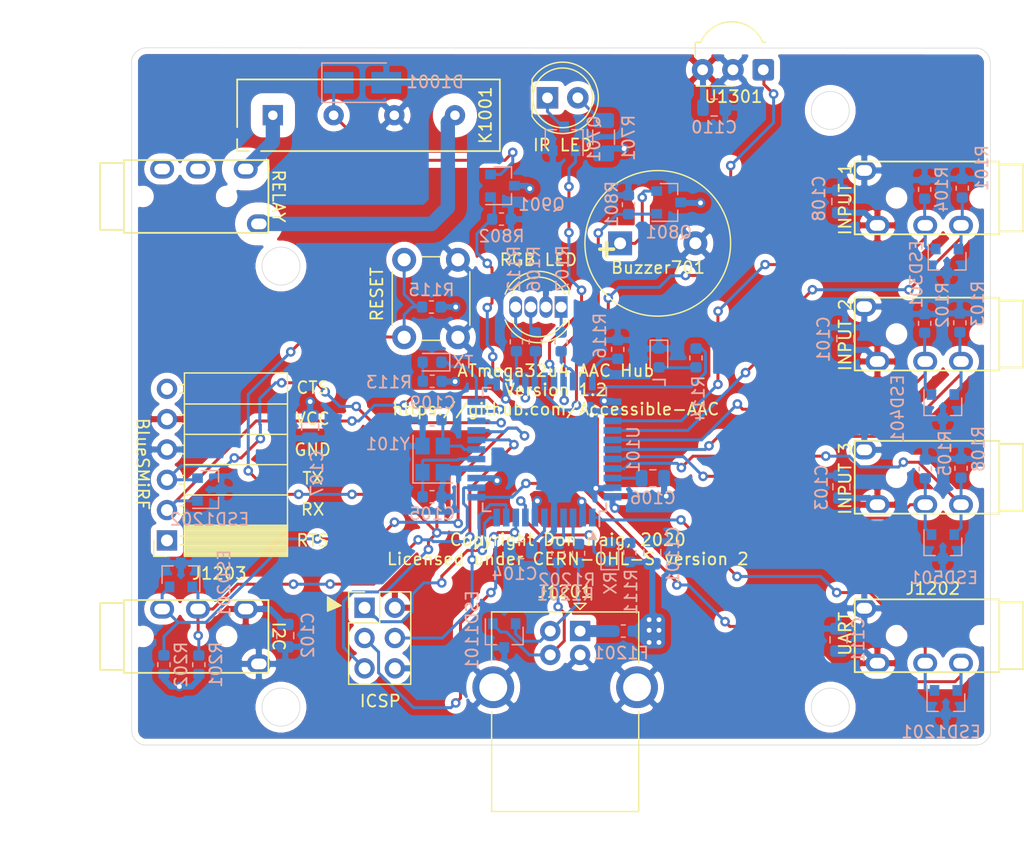
<source format=kicad_pcb>
(kicad_pcb (version 20171130) (host pcbnew 5.1.10-88a1d61d58~88~ubuntu20.04.1)
  (title_block (title "ATmega32U4 AAC Hub") (date 2020-04-28) (rev 1.2) (company "(c) Copyright 2020, Don Haig") (comment 1 "Licensed under CERN-OHL-S version 2"))
  (layers (0 F.Cu signal) (31 B.Cu signal) (34 B.Paste user) (35 F.Paste user) (36 B.SilkS user) (37 F.SilkS user) (38 B.Mask user) (39 F.Mask user) (44 Edge.Cuts user))
  (net 0 "")
  (net 1 GND)
  (net 2 /BUZZER)
  (net 3 /BLUE_LED)
  (net 4 /RED_LED)
  (net 5 /GRN_LED)
  (net 6 /IR_Tx)
  (net 7 /SDA)
  (net 8 /SCL)
  (net 9 /IN_2B)
  (net 10 /IN_2A)
  (net 11 /IN_3B)
  (net 12 /IN_3A)
  (net 13 /IN_1B)
  (net 14 /IN_1A)
  (net 15 "Net-(D701-Pad2)")
  (net 16 "Net-(D701-Pad1)")
  (net 17 "Net-(J1001-Pad5)")
  (net 18 "Net-(J1001-Pad4)")
  (net 19 "Net-(J1001-Pad2)")
  (net 20 "Net-(J1001-Pad3)")
  (net 21 "Net-(D102-Pad4)")
  (net 22 "Net-(D102-Pad3)")
  (net 23 "Net-(D102-Pad1)")
  (net 24 VBUS)
  (net 25 "Net-(F1201-Pad2)")
  (net 26 /AREF)
  (net 27 /HWB)
  (net 28 /LED)
  (net 29 /TX_LED)
  (net 30 "Net-(C105-Pad1)")
  (net 31 /RESET)
  (net 32 /MISO)
  (net 33 /MOSI)
  (net 34 /SCLK)
  (net 35 /RX_LED)
  (net 36 "Net-(C104-Pad1)")
  (net 37 /D+)
  (net 38 /D-)
  (net 39 "Net-(C109-Pad1)")
  (net 40 "Net-(D101-Pad2)")
  (net 41 "Net-(D103-Pad2)")
  (net 42 "Net-(D104-Pad2)")
  (net 43 /USB_Connector/B)
  (net 44 /USB_Connector/A)
  (net 45 "Net-(D1001-Pad1)")
  (net 46 /RELAY)
  (net 47 /IR_Rx)
  (net 48 /RX_1)
  (net 49 /TX_1)
  (net 50 /RX_0)
  (net 51 /TX_0)
  (net 52 "Net-(Buzzer701-Pad1)")
  (net 53 "Net-(J1203-Pad6)")
  (net 54 "Net-(J1203-Pad1)")
  (module Resistor_SMD:R_0603_1608Metric (layer B.Cu) (at 139.4714 86.106)
    (fp_text reference R802 (at 0 1.43) (layer B.SilkS) (effects (justify mirror)))
    (fp_text value 10k)
    (pad 2 smd roundrect (at 0.7875 0) (size 0.875 0.95) (layers B.Cu B.Paste B.Mask) (net 1 GND))
    (pad 1 smd roundrect (at -0.7875 0) (size 0.875 0.95) (layers B.Cu B.Paste B.Mask) (net 46 /RELAY))
  )
  (module Resistor_SMD:R_0603_1608Metric (layer B.Cu) (at 111.2012 123.444 90)
    (fp_text reference R202 (at 0 1.43 90) (layer B.SilkS) (effects (justify mirror)))
    (fp_text value 10k)
    (pad 2 smd roundrect (at 0.7875 0 90) (size 0.875 0.95) (layers B.Cu B.Paste B.Mask) (net 7 /SDA))
    (pad 1 smd roundrect (at -0.7875 0 90) (size 0.875 0.95) (layers B.Cu B.Paste B.Mask) (net 24 VBUS))
  )
  (module Resistor_SMD:R_0603_1608Metric (layer B.Cu) (at 114.1222 123.444 90)
    (fp_text reference R201 (at 0 1.43 90) (layer B.SilkS) (effects (justify mirror)))
    (fp_text value 10k)
    (pad 2 smd roundrect (at 0.7875 0 90) (size 0.875 0.95) (layers B.Cu B.Paste B.Mask) (net 8 /SCL))
    (pad 1 smd roundrect (at -0.7875 0 90) (size 0.875 0.95) (layers B.Cu B.Paste B.Mask) (net 24 VBUS))
  )
  (module Resistor_SMD:R_0603_1608Metric (layer B.Cu) (at 178.054 83.5152 90)
    (fp_text reference R101 (at 1.6891 1.651 90) (layer B.SilkS) (effects (justify mirror)))
    (fp_text value 10k)
    (pad 2 smd roundrect (at 0.7875 0 90) (size 0.875 0.95) (layers B.Cu B.Paste B.Mask) (net 1 GND))
    (pad 1 smd roundrect (at -0.7875 0 90) (size 0.875 0.95) (layers B.Cu B.Paste B.Mask) (net 13 /IN_1B))
  )
  (module dbh_kicad_library:BlueSMiRF_Socket (layer F.Cu) (at 111.4552 113.03 180)
    (fp_text reference J1203 (at -4.38 -2.77) (layer F.SilkS))
    (fp_text value BlueSMiRF)
    (fp_text user CTS (at -12.2 12.8 unlocked) (layer F.SilkS))
    (fp_text user VCC (at -12.2 10.2 unlocked) (layer F.SilkS))
    (fp_text user GND (at -12.2 7.6 unlocked) (layer F.SilkS))
    (fp_text user TX (at -12.2 5.2 unlocked) (layer F.SilkS))
    (fp_text user RX (at -12.2 2.6 unlocked) (layer F.SilkS))
    (fp_text user RTS (at -12.2 0 unlocked) (layer F.SilkS))
    (pad 6 thru_hole oval (at 0 12.7 180) (size 1.7 1.7) (drill 1) (layers *.Cu *.Mask) (net 53 "Net-(J1203-Pad6)"))
    (pad 5 thru_hole oval (at 0 10.16 180) (size 1.7 1.7) (drill 1) (layers *.Cu *.Mask) (net 24 VBUS))
    (pad 4 thru_hole oval (at 0 7.62 180) (size 1.7 1.7) (drill 1) (layers *.Cu *.Mask) (net 1 GND))
    (pad 3 thru_hole oval (at 0 5.08 180) (size 1.7 1.7) (drill 1) (layers *.Cu *.Mask) (net 50 /RX_0))
    (pad 2 thru_hole oval (at 0 2.54 180) (size 1.7 1.7) (drill 1) (layers *.Cu *.Mask) (net 51 /TX_0))
    (pad 1 thru_hole rect (at 0 0 180) (size 1.7 1.7) (drill 1) (layers *.Cu *.Mask) (net 54 "Net-(J1203-Pad1)"))
  )
  (module Package_TO_SOT_SMD:SOT-23 (layer B.Cu) (at 115.0112 108.7628)
    (fp_text reference ESD1202 (at 0 2.5) (layer B.SilkS) (effects (justify mirror)))
    (fp_text value ESDA5V3L)
    (pad 3 smd rect (at 1 0) (size 0.9 0.8) (layers B.Cu B.Paste B.Mask) (net 1 GND))
    (pad 2 smd rect (at -1 -0.95) (size 0.9 0.8) (layers B.Cu B.Paste B.Mask) (net 50 /RX_0))
    (pad 1 smd rect (at -1 0.95) (size 0.9 0.8) (layers B.Cu B.Paste B.Mask) (net 51 /TX_0))
  )
  (module Capacitor_SMD:C_0805_2012Metric (layer B.Cu) (at 167.6908 121.3612 90)
    (fp_text reference C111 (at 0 1.65 90) (layer B.SilkS) (effects (justify mirror)))
    (fp_text value 22uF)
    (pad 2 smd roundrect (at 0.9375 0 90) (size 0.975 1.4) (layers B.Cu B.Paste B.Mask) (net 1 GND))
    (pad 1 smd roundrect (at -0.9375 0 90) (size 0.975 1.4) (layers B.Cu B.Paste B.Mask) (net 24 VBUS))
  )
  (module OptoDevice:Vishay_MOLD-3Pin (layer F.Cu) (at 161.3916 73.5965 180)
    (fp_text reference U1301 (at 2.5 -2.25 180) (layer F.SilkS))
    (fp_text value TSOP34156)
    (pad 3 thru_hole circle (at 5.08 0 180) (size 1.8 1.8) (drill 0.9) (layers *.Cu *.Mask) (net 24 VBUS))
    (pad 2 thru_hole circle (at 2.54 0 180) (size 1.8 1.8) (drill 0.9) (layers *.Cu *.Mask) (net 1 GND))
    (pad 1 thru_hole roundrect (at 0 0 180) (size 1.8 1.8) (drill 0.9) (layers *.Cu *.Mask) (roundrect_rratio 0.138) (net 47 /IR_Rx))
  )
  (module dbh_kicad_library:PJ-320A (layer F.Cu) (at 178 123.057 180)
    (fp_text reference J1202 (at 2.41 5.99) (layer F.SilkS))
    (fp_text value PJ320A)
    (pad 5 thru_hole oval (at 8.15 4.34 270) (size 1.6 2) (drill oval 0.9 1.3) (layers *.Cu *.Mask) (net 1 GND))
    (pad 4 thru_hole oval (at 7.05 -0.26 270) (size 1.6 2) (drill oval 0.9 1.3) (layers *.Cu *.Mask) (net 24 VBUS))
    (pad 2 thru_hole oval (at 0.05 -0.26 270) (size 1.6 2) (drill oval 0.9 1.3) (layers *.Cu *.Mask) (net 48 /RX_1))
    (pad "" np_thru_hole circle (at 5.45 2.04 270) (size 0.8 0.8) (drill 0.8) (layers *.Cu *.Mask))
    (pad "" np_thru_hole circle (at -1.55 2.04 270) (size 0.8 0.8) (drill 0.8) (layers *.Cu *.Mask))
    (pad 3 thru_hole oval (at 3.05 -0.26 270) (size 1.6 2) (drill oval 0.9 1.3) (layers *.Cu *.Mask) (net 49 /TX_1))
  )
  (module Package_TO_SOT_SMD:SOT-23 (layer B.Cu) (at 176.6824 126.5936 270)
    (fp_text reference ESD1201 (at 2.4859 0.4064) (layer B.SilkS) (effects (justify mirror)))
    (fp_text value ESDA5V3L)
    (pad 3 smd rect (at 1 0 270) (size 0.9 0.8) (layers B.Cu B.Paste B.Mask) (net 1 GND))
    (pad 2 smd rect (at -1 -0.95 270) (size 0.9 0.8) (layers B.Cu B.Paste B.Mask) (net 48 /RX_1))
    (pad 1 smd rect (at -1 0.95 270) (size 0.9 0.8) (layers B.Cu B.Paste B.Mask) (net 49 /TX_1))
  )
  (module Capacitor_SMD:C_0805_2012Metric (layer B.Cu) (at 157.2768 76.7588)
    (fp_text reference C110 (at 0 1.65) (layer B.SilkS) (effects (justify mirror)))
    (fp_text value 22uF)
    (pad 2 smd roundrect (at 0.9375 0) (size 0.975 1.4) (layers B.Cu B.Paste B.Mask) (net 1 GND))
    (pad 1 smd roundrect (at -0.9375 0) (size 0.975 1.4) (layers B.Cu B.Paste B.Mask) (net 24 VBUS))
  )
  (module Connector_PinHeader_2.54mm:PinHeader_2x03_P2.54mm_Vertical (layer F.Cu) (at 128 118.6688)
    (fp_text reference J101 hide)
    (fp_text value Conn_02x03_Odd_Even)
    (fp_text user ICSP (at 1.3208 7.8232) (layer F.SilkS))
    (pad 1 thru_hole rect (at 0 0) (size 1.7 1.7) (drill 1) (layers *.Cu *.Mask) (net 32 /MISO))
    (pad 2 thru_hole oval (at 2.54 0) (size 1.7 1.7) (drill 1) (layers *.Cu *.Mask) (net 24 VBUS))
    (pad 3 thru_hole oval (at 0 2.54) (size 1.7 1.7) (drill 1) (layers *.Cu *.Mask) (net 34 /SCLK))
    (pad 4 thru_hole oval (at 2.54 2.54) (size 1.7 1.7) (drill 1) (layers *.Cu *.Mask) (net 33 /MOSI))
    (pad 5 thru_hole oval (at 0 5.08) (size 1.7 1.7) (drill 1) (layers *.Cu *.Mask) (net 31 /RESET))
    (pad 6 thru_hole oval (at 2.54 5.08) (size 1.7 1.7) (drill 1) (layers *.Cu *.Mask) (net 1 GND))
  )
  (module Package_TO_SOT_SMD:SOT-23 (layer B.Cu) (at 139.5476 83.312)
    (fp_text reference Q901 (at 3.2766 1.5748) (layer B.SilkS) (effects (justify mirror)))
    (fp_text value BSS138)
    (pad 3 smd rect (at 1 0) (size 0.9 0.8) (layers B.Cu B.Paste B.Mask) (net 24 VBUS))
    (pad 2 smd rect (at -1 -0.95) (size 0.9 0.8) (layers B.Cu B.Paste B.Mask) (net 45 "Net-(D1001-Pad1)"))
    (pad 1 smd rect (at -1 0.95) (size 0.9 0.8) (layers B.Cu B.Paste B.Mask) (net 46 /RELAY))
  )
  (module Package_TO_SOT_SMD:SOT-23 (layer B.Cu) (at 153.4668 84.709)
    (fp_text reference Q801 (at 0 2.5) (layer B.SilkS) (effects (justify mirror)))
    (fp_text value BSS138)
    (pad 3 smd rect (at 1 0) (size 0.9 0.8) (layers B.Cu B.Paste B.Mask) (net 24 VBUS))
    (pad 2 smd rect (at -1 -0.95) (size 0.9 0.8) (layers B.Cu B.Paste B.Mask) (net 52 "Net-(Buzzer701-Pad1)"))
    (pad 1 smd rect (at -1 0.95) (size 0.9 0.8) (layers B.Cu B.Paste B.Mask) (net 2 /BUZZER))
  )
  (module Package_TO_SOT_SMD:SOT-23 (layer B.Cu) (at 144.7165 79.375 90)
    (fp_text reference Q701 (at 0 2.5 90) (layer B.SilkS) (effects (justify mirror)))
    (fp_text value BSS138)
    (pad 3 smd rect (at 1 0 90) (size 0.9 0.8) (layers B.Cu B.Paste B.Mask) (net 16 "Net-(D701-Pad1)"))
    (pad 2 smd rect (at -1 -0.95 90) (size 0.9 0.8) (layers B.Cu B.Paste B.Mask) (net 1 GND))
    (pad 1 smd rect (at -1 0.95 90) (size 0.9 0.8) (layers B.Cu B.Paste B.Mask) (net 6 /IR_Tx))
  )
  (module LED_THT:LED_D5.0mm (layer F.Cu) (at 143.3195 75.946)
    (fp_text reference D701 hide)
    (fp_text value "IR LED" (at 1.27 3.96) (layer F.SilkS))
    (pad 2 thru_hole circle (at 2.54 0) (size 1.8 1.8) (drill 0.9) (layers *.Cu *.Mask) (net 15 "Net-(D701-Pad2)"))
    (pad 1 thru_hole rect (at 0 0) (size 1.8 1.8) (drill 0.9) (layers *.Cu *.Mask) (net 16 "Net-(D701-Pad1)"))
  )
  (module Resistor_SMD:R_1206_3216Metric (layer B.Cu) (at 148.0185 79.248 270)
    (fp_text reference R701 (at 0.0508 -2.0955 90) (layer B.SilkS) (effects (justify mirror)))
    (fp_text value 47)
    (pad 2 smd roundrect (at 1.4 0 270) (size 1.25 1.75) (layers B.Cu B.Paste B.Mask) (roundrect_rratio 0.2) (net 24 VBUS))
    (pad 1 smd roundrect (at -1.4 0 270) (size 1.25 1.75) (layers B.Cu B.Paste B.Mask) (roundrect_rratio 0.2) (net 15 "Net-(D701-Pad2)"))
  )
  (module Crystal:Crystal_SMD_3225-4Pin_3.2x2.5mm (layer B.Cu) (at 133.7056 106.2228 90)
    (fp_text reference Y101 (at 1.27 -3.7592) (layer B.SilkS) (effects (justify mirror)))
    (fp_text value "16 MHz")
    (pad 4 smd rect (at -1.1 0.85 90) (size 1.4 1.2) (layers B.Cu B.Paste B.Mask) (net 1 GND))
    (pad 3 smd rect (at 1.1 0.85 90) (size 1.4 1.2) (layers B.Cu B.Paste B.Mask) (net 39 "Net-(C109-Pad1)"))
    (pad 2 smd rect (at 1.1 -0.85 90) (size 1.4 1.2) (layers B.Cu B.Paste B.Mask) (net 1 GND))
    (pad 1 smd rect (at -1.1 -0.85 90) (size 1.4 1.2) (layers B.Cu B.Paste B.Mask) (net 30 "Net-(C105-Pad1)"))
  )
  (module Button_Switch_THT:SW_PUSH_6mm (layer F.Cu) (at 131.318 96.012 90)
    (fp_text reference SW101 hide)
    (fp_text value RESET (at 3.6068 -2.286 90) (layer F.SilkS))
    (pad 1 thru_hole circle (at 6.5 0 180) (size 2 2) (drill 1.1) (layers *.Cu *.Mask) (net 31 /RESET))
    (pad 2 thru_hole circle (at 6.5 4.5 180) (size 2 2) (drill 1.1) (layers *.Cu *.Mask) (net 1 GND))
    (pad 1 thru_hole circle (at 0 0 180) (size 2 2) (drill 1.1) (layers *.Cu *.Mask) (net 31 /RESET))
    (pad 2 thru_hole circle (at 0 4.5 180) (size 2 2) (drill 1.1) (layers *.Cu *.Mask) (net 1 GND))
  )
  (module Resistor_SMD:R_0603_1608Metric (layer B.Cu) (at 145.923 114.1095 270)
    (fp_text reference R1202 (at 2.2225 0.9906 180) (layer B.SilkS) (effects (justify mirror)))
    (fp_text value 22)
    (pad 2 smd roundrect (at 0.7875 0 270) (size 0.875 0.95) (layers B.Cu B.Paste B.Mask) (net 43 /USB_Connector/B))
    (pad 1 smd roundrect (at -0.7875 0 270) (size 0.875 0.95) (layers B.Cu B.Paste B.Mask) (net 38 /D-))
  )
  (module Resistor_SMD:R_0603_1608Metric (layer B.Cu) (at 144.2085 114.1095 270)
    (fp_text reference R1201 (at 3.4417 -0.6223 180) (layer B.SilkS) (effects (justify mirror)))
    (fp_text value 22)
    (pad 2 smd roundrect (at 0.7875 0 270) (size 0.875 0.95) (layers B.Cu B.Paste B.Mask) (net 44 /USB_Connector/A))
    (pad 1 smd roundrect (at -0.7875 0 270) (size 0.875 0.95) (layers B.Cu B.Paste B.Mask) (net 37 /D+))
  )
  (module Resistor_SMD:R_0603_1608Metric (layer B.Cu) (at 149.1996 97.028 90)
    (fp_text reference R116 (at 1.143 -1.4986 90) (layer B.SilkS) (effects (justify mirror)))
    (fp_text value 10k)
    (pad 2 smd roundrect (at 0.7875 0 90) (size 0.875 0.95) (layers B.Cu B.Paste B.Mask) (net 1 GND))
    (pad 1 smd roundrect (at -0.7875 0 90) (size 0.875 0.95) (layers B.Cu B.Paste B.Mask) (net 27 /HWB))
  )
  (module Resistor_SMD:R_0603_1608Metric (layer B.Cu) (at 133.604 93.472 180)
    (fp_text reference R115 (at 0 1.43) (layer B.SilkS) (effects (justify mirror)))
    (fp_text value 10k)
    (pad 2 smd roundrect (at 0.7875 0 180) (size 0.875 0.95) (layers B.Cu B.Paste B.Mask) (net 31 /RESET))
    (pad 1 smd roundrect (at -0.7875 0 180) (size 0.875 0.95) (layers B.Cu B.Paste B.Mask) (net 24 VBUS))
  )
  (module Resistor_SMD:R_0603_1608Metric (layer B.Cu) (at 155.7528 97.7392 270)
    (fp_text reference R114 (at 3.4036 -0.2032 90) (layer B.SilkS) (effects (justify mirror)))
    (fp_text value 1k)
    (pad 2 smd roundrect (at 0.7875 0 270) (size 0.875 0.95) (layers B.Cu B.Paste B.Mask) (net 42 "Net-(D104-Pad2)"))
    (pad 1 smd roundrect (at -0.7875 0 270) (size 0.875 0.95) (layers B.Cu B.Paste B.Mask) (net 28 /LED))
  )
  (module Resistor_SMD:R_0603_1608Metric (layer B.Cu) (at 133.6675 99.695 180)
    (fp_text reference R113 (at 3.6195 -0.0762) (layer B.SilkS) (effects (justify mirror)))
    (fp_text value 1k)
    (pad 2 smd roundrect (at 0.7875 0 180) (size 0.875 0.95) (layers B.Cu B.Paste B.Mask) (net 41 "Net-(D103-Pad2)"))
    (pad 1 smd roundrect (at -0.7875 0 180) (size 0.875 0.95) (layers B.Cu B.Paste B.Mask) (net 24 VBUS))
  )
  (module Resistor_SMD:R_0603_1608Metric (layer B.Cu) (at 150.2156 114.046 90)
    (fp_text reference R111 (at -3.302 0.1016 90) (layer B.SilkS) (effects (justify mirror)))
    (fp_text value 1k)
    (pad 2 smd roundrect (at 0.7875 0 90) (size 0.875 0.95) (layers B.Cu B.Paste B.Mask) (net 40 "Net-(D101-Pad2)"))
    (pad 1 smd roundrect (at -0.7875 0 90) (size 0.875 0.95) (layers B.Cu B.Paste B.Mask) (net 24 VBUS))
  )
  (module Fuse:Fuse_0603_1608Metric (layer B.Cu) (at 149.6695 120.6246 180)
    (fp_text reference F1201 (at 0.1905 -1.8415) (layer B.SilkS) (effects (justify mirror)))
    (fp_text value TLC-FSMD050)
    (pad 2 smd roundrect (at 0.7875 0 180) (size 0.875 0.95) (layers B.Cu B.Paste B.Mask) (net 25 "Net-(F1201-Pad2)"))
    (pad 1 smd roundrect (at -0.7875 0 180) (size 0.875 0.95) (layers B.Cu B.Paste B.Mask) (net 24 VBUS))
  )
  (module Package_TO_SOT_SMD:SOT-23 (layer B.Cu) (at 139.7 121.0056 270)
    (fp_text reference ESD1101 (at -0.4572 2.6924 90) (layer B.SilkS) (effects (justify mirror)))
    (fp_text value ESDA5V3L)
    (pad 3 smd rect (at 1 0 270) (size 0.9 0.8) (layers B.Cu B.Paste B.Mask) (net 1 GND))
    (pad 2 smd rect (at -1 -0.95 270) (size 0.9 0.8) (layers B.Cu B.Paste B.Mask) (net 43 /USB_Connector/B))
    (pad 1 smd rect (at -1 0.95 270) (size 0.9 0.8) (layers B.Cu B.Paste B.Mask) (net 44 /USB_Connector/A))
  )
  (module Package_TO_SOT_SMD:SOT-23 (layer B.Cu) (at 176.4284 113.538 270)
    (fp_text reference ESD501 (at 2.6289 -0.0889 180) (layer B.SilkS) (effects (justify mirror)))
    (fp_text value ESDA5V3L)
    (pad 3 smd rect (at 1 0 270) (size 0.9 0.8) (layers B.Cu B.Paste B.Mask) (net 1 GND))
    (pad 2 smd rect (at -1 -0.95 270) (size 0.9 0.8) (layers B.Cu B.Paste B.Mask) (net 11 /IN_3B))
    (pad 1 smd rect (at -1 0.95 270) (size 0.9 0.8) (layers B.Cu B.Paste B.Mask) (net 12 /IN_3A))
  )
  (module Package_TO_SOT_SMD:SOT-23 (layer B.Cu) (at 176.4284 101.8032 270)
    (fp_text reference ESD401 (at 0.1905 3.7846 90) (layer B.SilkS) (effects (justify mirror)))
    (fp_text value ESDA5V3L)
    (pad 3 smd rect (at 1 0 270) (size 0.9 0.8) (layers B.Cu B.Paste B.Mask) (net 1 GND))
    (pad 2 smd rect (at -1 -0.95 270) (size 0.9 0.8) (layers B.Cu B.Paste B.Mask) (net 9 /IN_2B))
    (pad 1 smd rect (at -1 0.95 270) (size 0.9 0.8) (layers B.Cu B.Paste B.Mask) (net 10 /IN_2A))
  )
  (module Package_TO_SOT_SMD:SOT-23 (layer B.Cu) (at 176.784 89.6112 270)
    (fp_text reference ESD301 (at 1.1303 2.5781 90) (layer B.SilkS) (effects (justify mirror)))
    (fp_text value ESDA5V3L)
    (pad 3 smd rect (at 1 0 270) (size 0.9 0.8) (layers B.Cu B.Paste B.Mask) (net 1 GND))
    (pad 2 smd rect (at -1 -0.95 270) (size 0.9 0.8) (layers B.Cu B.Paste B.Mask) (net 13 /IN_1B))
    (pad 1 smd rect (at -1 0.95 270) (size 0.9 0.8) (layers B.Cu B.Paste B.Mask) (net 14 /IN_1A))
  )
  (module Package_TO_SOT_SMD:SOT-23 (layer B.Cu) (at 112.6236 115.9256 90)
    (fp_text reference ESD201 (at -0.7366 3.6195 90) (layer B.SilkS) (effects (justify mirror)))
    (fp_text value ESDA5V3L)
    (pad 3 smd rect (at 1 0 90) (size 0.9 0.8) (layers B.Cu B.Paste B.Mask) (net 1 GND))
    (pad 2 smd rect (at -1 -0.95 90) (size 0.9 0.8) (layers B.Cu B.Paste B.Mask) (net 7 /SDA))
    (pad 1 smd rect (at -1 0.95 90) (size 0.9 0.8) (layers B.Cu B.Paste B.Mask) (net 8 /SCL))
  )
  (module LED_SMD:LED_0603_1608Metric (layer B.Cu) (at 152.654 97.7392 270)
    (fp_text reference D104 hide)
    (fp_text value L (at 1.9812 -0.0508 90) (layer B.SilkS) (effects (justify mirror)))
    (pad 2 smd roundrect (at 0.7875 0 270) (size 0.875 0.95) (layers B.Cu B.Paste B.Mask) (net 42 "Net-(D104-Pad2)"))
    (pad 1 smd roundrect (at -0.7875 0 270) (size 0.875 0.95) (layers B.Cu B.Paste B.Mask) (net 1 GND))
  )
  (module LED_SMD:LED_0603_1608Metric (layer B.Cu) (at 133.6548 98.0948 180)
    (fp_text reference D103 hide)
    (fp_text value TX (at -2.6035 0) (layer B.SilkS) (effects (justify mirror)))
    (pad 2 smd roundrect (at 0.7875 0 180) (size 0.875 0.95) (layers B.Cu B.Paste B.Mask) (net 41 "Net-(D103-Pad2)"))
    (pad 1 smd roundrect (at -0.7875 0 180) (size 0.875 0.95) (layers B.Cu B.Paste B.Mask) (net 29 /TX_LED))
  )
  (module LED_SMD:LED_0603_1608Metric (layer B.Cu) (at 148.5392 113.9952 90)
    (fp_text reference D101 hide)
    (fp_text value RX (at -2.5908 0.0508 90) (layer B.SilkS) (effects (justify mirror)))
    (pad 1 smd roundrect (at -0.7875 0 90) (size 0.875 0.95) (layers B.Cu B.Paste B.Mask) (net 35 /RX_LED))
    (pad 2 smd roundrect (at 0.7875 0 90) (size 0.875 0.95) (layers B.Cu B.Paste B.Mask) (net 40 "Net-(D101-Pad2)"))
  )
  (module Capacitor_SMD:C_0805_2012Metric (layer B.Cu) (at 152.0952 114.046 270)
    (fp_text reference C1101 (at 0.2032 -1.7272 90) (layer B.SilkS) (effects (justify mirror)))
    (fp_text value 10uF)
    (pad 2 smd roundrect (at 0.9375 0 270) (size 0.975 1.4) (layers B.Cu B.Paste B.Mask) (net 24 VBUS))
    (pad 1 smd roundrect (at -0.9375 0 270) (size 0.975 1.4) (layers B.Cu B.Paste B.Mask) (net 1 GND))
  )
  (module Capacitor_SMD:C_0603_1608Metric (layer B.Cu) (at 133.6548 102.9208 180)
    (fp_text reference C109 (at -0.0508 1.4224) (layer B.SilkS) (effects (justify mirror)))
    (fp_text value 20pF)
    (pad 2 smd roundrect (at 0.7875 0 180) (size 0.875 0.95) (layers B.Cu B.Paste B.Mask) (net 1 GND))
    (pad 1 smd roundrect (at -0.7875 0 180) (size 0.875 0.95) (layers B.Cu B.Paste B.Mask) (net 39 "Net-(C109-Pad1)"))
  )
  (module Capacitor_SMD:C_0805_2012Metric (layer B.Cu) (at 167.8432 84.6328 90)
    (fp_text reference C108 (at 0.254 -1.7907 90) (layer B.SilkS) (effects (justify mirror)))
    (fp_text value 22uF)
    (pad 2 smd roundrect (at 0.9375 0 90) (size 0.975 1.4) (layers B.Cu B.Paste B.Mask) (net 1 GND))
    (pad 1 smd roundrect (at -0.9375 0 90) (size 0.975 1.4) (layers B.Cu B.Paste B.Mask) (net 24 VBUS))
  )
  (module Capacitor_SMD:C_0805_2012Metric (layer B.Cu) (at 123.444 103.5304 270)
    (fp_text reference C107 (at 3.8735 -0.5715 90) (layer B.SilkS) (effects (justify mirror)))
    (fp_text value 22uF)
    (pad 2 smd roundrect (at 0.9375 0 270) (size 0.975 1.4) (layers B.Cu B.Paste B.Mask) (net 1 GND))
    (pad 1 smd roundrect (at -0.9375 0 270) (size 0.975 1.4) (layers B.Cu B.Paste B.Mask) (net 24 VBUS))
  )
  (module Capacitor_SMD:C_0805_2012Metric (layer B.Cu) (at 152.146 107.823)
    (fp_text reference C106 (at 0 1.65) (layer B.SilkS) (effects (justify mirror)))
    (fp_text value 100nF)
    (pad 2 smd roundrect (at 0.9375 0) (size 0.975 1.4) (layers B.Cu B.Paste B.Mask) (net 1 GND))
    (pad 1 smd roundrect (at -0.9375 0) (size 0.975 1.4) (layers B.Cu B.Paste B.Mask) (net 26 /AREF))
  )
  (module Capacitor_SMD:C_0603_1608Metric (layer B.Cu) (at 133.6548 109.3724)
    (fp_text reference C105 (at 0 1.43) (layer B.SilkS) (effects (justify mirror)))
    (fp_text value 20pF)
    (pad 2 smd roundrect (at 0.7875 0) (size 0.875 0.95) (layers B.Cu B.Paste B.Mask) (net 1 GND))
    (pad 1 smd roundrect (at -0.7875 0) (size 0.875 0.95) (layers B.Cu B.Paste B.Mask) (net 30 "Net-(C105-Pad1)"))
  )
  (module Capacitor_SMD:C_0805_2012Metric (layer B.Cu) (at 141.0716 113.8428 180)
    (fp_text reference C104 (at 0.508 -1.9812) (layer B.SilkS) (effects (justify mirror)))
    (fp_text value 1uF)
    (pad 2 smd roundrect (at 0.9375 0 180) (size 0.975 1.4) (layers B.Cu B.Paste B.Mask) (net 1 GND))
    (pad 1 smd roundrect (at -0.9375 0 180) (size 0.975 1.4) (layers B.Cu B.Paste B.Mask) (net 36 "Net-(C104-Pad1)"))
  )
  (module Capacitor_SMD:C_0805_2012Metric (layer B.Cu) (at 167.9321 108.5342 90)
    (fp_text reference C103 (at -0.0508 -1.6637 90) (layer B.SilkS) (effects (justify mirror)))
    (fp_text value 22uF)
    (pad 2 smd roundrect (at 0.9375 0 90) (size 0.975 1.4) (layers B.Cu B.Paste B.Mask) (net 1 GND))
    (pad 1 smd roundrect (at -0.9375 0 90) (size 0.975 1.4) (layers B.Cu B.Paste B.Mask) (net 24 VBUS))
  )
  (module Capacitor_SMD:C_0805_2012Metric (layer B.Cu) (at 121.3612 121.0056 270)
    (fp_text reference C102 (at -0.0381 -1.8923 90) (layer B.SilkS) (effects (justify mirror)))
    (fp_text value 22uF)
    (pad 2 smd roundrect (at 0.9375 0 270) (size 0.975 1.4) (layers B.Cu B.Paste B.Mask) (net 1 GND))
    (pad 1 smd roundrect (at -0.9375 0 270) (size 0.975 1.4) (layers B.Cu B.Paste B.Mask) (net 24 VBUS))
  )
  (module Package_QFP:TQFP-44_10x10mm_P0.8mm (layer B.Cu) (at 143.0655 105.41 90)
    (fp_text reference U101 (at 0 7.45 90) (layer B.SilkS) (effects (justify mirror)))
    (fp_text value ATmega32U4-AU)
    (pad 44 smd rect (at -4 5.7) (size 1.5 0.55) (layers B.Cu B.Paste B.Mask) (net 24 VBUS))
    (pad 43 smd rect (at -3.2 5.7) (size 1.5 0.55) (layers B.Cu B.Paste B.Mask) (net 1 GND))
    (pad 42 smd rect (at -2.4 5.7) (size 1.5 0.55) (layers B.Cu B.Paste B.Mask) (net 26 /AREF))
    (pad 41 smd rect (at -1.6 5.7) (size 1.5 0.55) (layers B.Cu B.Paste B.Mask) (net 11 /IN_3B))
    (pad 40 smd rect (at -0.8 5.7) (size 1.5 0.55) (layers B.Cu B.Paste B.Mask) (net 12 /IN_3A))
    (pad 39 smd rect (at 0 5.7) (size 1.5 0.55) (layers B.Cu B.Paste B.Mask) (net 9 /IN_2B))
    (pad 38 smd rect (at 0.8 5.7) (size 1.5 0.55) (layers B.Cu B.Paste B.Mask) (net 10 /IN_2A))
    (pad 37 smd rect (at 1.6 5.7) (size 1.5 0.55) (layers B.Cu B.Paste B.Mask) (net 13 /IN_1B))
    (pad 36 smd rect (at 2.4 5.7) (size 1.5 0.55) (layers B.Cu B.Paste B.Mask) (net 14 /IN_1A))
    (pad 35 smd rect (at 3.2 5.7) (size 1.5 0.55) (layers B.Cu B.Paste B.Mask) (net 1 GND))
    (pad 34 smd rect (at 4 5.7) (size 1.5 0.55) (layers B.Cu B.Paste B.Mask) (net 24 VBUS))
    (pad 33 smd rect (at 5.7 4 90) (size 1.5 0.55) (layers B.Cu B.Paste B.Mask) (net 27 /HWB))
    (pad 32 smd rect (at 5.7 3.2 90) (size 1.5 0.55) (layers B.Cu B.Paste B.Mask) (net 28 /LED))
    (pad 31 smd rect (at 5.7 2.4 90) (size 1.5 0.55) (layers B.Cu B.Paste B.Mask) (net 4 /RED_LED))
    (pad 30 smd rect (at 5.7 1.6 90) (size 1.5 0.55) (layers B.Cu B.Paste B.Mask) (net 2 /BUZZER))
    (pad 29 smd rect (at 5.7 0.8 90) (size 1.5 0.55) (layers B.Cu B.Paste B.Mask) (net 6 /IR_Tx))
    (pad 28 smd rect (at 5.7 0 90) (size 1.5 0.55) (layers B.Cu B.Paste B.Mask) (net 47 /IR_Rx))
    (pad 27 smd rect (at 5.7 -0.8 90) (size 1.5 0.55) (layers B.Cu B.Paste B.Mask) (net 5 /GRN_LED))
    (pad 26 smd rect (at 5.7 -1.6 90) (size 1.5 0.55) (layers B.Cu B.Paste B.Mask) (net 46 /RELAY))
    (pad 25 smd rect (at 5.7 -2.4 90) (size 1.5 0.55) (layers B.Cu B.Paste B.Mask) (net 3 /BLUE_LED))
    (pad 24 smd rect (at 5.7 -3.2 90) (size 1.5 0.55) (layers B.Cu B.Paste B.Mask) (net 24 VBUS))
    (pad 23 smd rect (at 5.7 -4 90) (size 1.5 0.55) (layers B.Cu B.Paste B.Mask) (net 1 GND))
    (pad 22 smd rect (at 4 -5.7) (size 1.5 0.55) (layers B.Cu B.Paste B.Mask) (net 29 /TX_LED))
    (pad 21 smd rect (at 3.2 -5.7) (size 1.5 0.55) (layers B.Cu B.Paste B.Mask) (net 51 /TX_0))
    (pad 20 smd rect (at 2.4 -5.7) (size 1.5 0.55) (layers B.Cu B.Paste B.Mask) (net 50 /RX_0))
    (pad 19 smd rect (at 1.6 -5.7) (size 1.5 0.55) (layers B.Cu B.Paste B.Mask) (net 7 /SDA))
    (pad 18 smd rect (at 0.8 -5.7) (size 1.5 0.55) (layers B.Cu B.Paste B.Mask) (net 8 /SCL))
    (pad 17 smd rect (at 0 -5.7) (size 1.5 0.55) (layers B.Cu B.Paste B.Mask) (net 39 "Net-(C109-Pad1)"))
    (pad 16 smd rect (at -0.8 -5.7) (size 1.5 0.55) (layers B.Cu B.Paste B.Mask) (net 30 "Net-(C105-Pad1)"))
    (pad 15 smd rect (at -1.6 -5.7) (size 1.5 0.55) (layers B.Cu B.Paste B.Mask) (net 1 GND))
    (pad 14 smd rect (at -2.4 -5.7) (size 1.5 0.55) (layers B.Cu B.Paste B.Mask) (net 24 VBUS))
    (pad 13 smd rect (at -3.2 -5.7) (size 1.5 0.55) (layers B.Cu B.Paste B.Mask) (net 31 /RESET))
    (pad 12 smd rect (at -4 -5.7) (size 1.5 0.55) (layers B.Cu B.Paste B.Mask) (net 48 /RX_1))
    (pad 11 smd rect (at -5.7 -4 90) (size 1.5 0.55) (layers B.Cu B.Paste B.Mask) (net 32 /MISO))
    (pad 10 smd rect (at -5.7 -3.2 90) (size 1.5 0.55) (layers B.Cu B.Paste B.Mask) (net 33 /MOSI))
    (pad 9 smd rect (at -5.7 -2.4 90) (size 1.5 0.55) (layers B.Cu B.Paste B.Mask) (net 34 /SCLK))
    (pad 8 smd rect (at -5.7 -1.6 90) (size 1.5 0.55) (layers B.Cu B.Paste B.Mask) (net 35 /RX_LED))
    (pad 7 smd rect (at -5.7 -0.8 90) (size 1.5 0.55) (layers B.Cu B.Paste B.Mask) (net 24 VBUS))
    (pad 6 smd rect (at -5.7 0 90) (size 1.5 0.55) (layers B.Cu B.Paste B.Mask) (net 36 "Net-(C104-Pad1)"))
    (pad 5 smd rect (at -5.7 0.8 90) (size 1.5 0.55) (layers B.Cu B.Paste B.Mask) (net 1 GND))
    (pad 4 smd rect (at -5.7 1.6 90) (size 1.5 0.55) (layers B.Cu B.Paste B.Mask) (net 37 /D+))
    (pad 3 smd rect (at -5.7 2.4 90) (size 1.5 0.55) (layers B.Cu B.Paste B.Mask) (net 38 /D-))
    (pad 2 smd rect (at -5.7 3.2 90) (size 1.5 0.55) (layers B.Cu B.Paste B.Mask) (net 24 VBUS))
    (pad 1 smd rect (at -5.7 4 90) (size 1.5 0.55) (layers B.Cu B.Paste B.Mask) (net 49 /TX_1))
  )
  (module Connector_USB:USB_B_OST_USB-B1HSxx_Horizontal (layer F.Cu) (at 146.05 120.6246 270)
    (fp_text reference J1201 (at -3.302 1.27 180) (layer F.SilkS))
    (fp_text value USB_B)
    (pad 5 thru_hole circle (at 4.71 7.27 270) (size 3.5 3.5) (drill 2.33) (layers *.Cu *.Mask) (net 1 GND))
    (pad 5 thru_hole circle (at 4.71 -4.77 270) (size 3.5 3.5) (drill 2.33) (layers *.Cu *.Mask) (net 1 GND))
    (pad 4 thru_hole circle (at 2 0 270) (size 1.7 1.7) (drill 0.92) (layers *.Cu *.Mask) (net 1 GND))
    (pad 3 thru_hole circle (at 2 2.5 270) (size 1.7 1.7) (drill 0.92) (layers *.Cu *.Mask) (net 44 /USB_Connector/A))
    (pad 2 thru_hole circle (at 0 2.5 270) (size 1.7 1.7) (drill 0.92) (layers *.Cu *.Mask) (net 43 /USB_Connector/B))
    (pad 1 thru_hole rect (at 0 0 270) (size 1.7 1.7) (drill 0.92) (layers *.Cu *.Mask) (net 25 "Net-(F1201-Pad2)"))
  )
  (module Capacitor_SMD:C_0805_2012Metric (layer B.Cu) (at 168.2623 96.1263 90)
    (fp_text reference C101 (at -0.0508 -1.8288 90) (layer B.SilkS) (effects (justify mirror)))
    (fp_text value 22uF)
    (pad 2 smd roundrect (at 0.9375 0 90) (size 0.975 1.4) (layers B.Cu B.Paste B.Mask) (net 1 GND))
    (pad 1 smd roundrect (at -0.9375 0 90) (size 0.975 1.4) (layers B.Cu B.Paste B.Mask) (net 24 VBUS))
  )
  (module Resistor_SMD:R_0603_1608Metric (layer B.Cu) (at 177.9524 106.9848 90)
    (fp_text reference R108 (at 1.6256 1.4478 90) (layer B.SilkS) (effects (justify mirror)))
    (fp_text value 10k)
    (pad 2 smd roundrect (at 0.7875 0 90) (size 0.875 0.95) (layers B.Cu B.Paste B.Mask) (net 1 GND))
    (pad 1 smd roundrect (at -0.7875 0 90) (size 0.875 0.95) (layers B.Cu B.Paste B.Mask) (net 11 /IN_3B))
  )
  (module Resistor_SMD:R_0603_1608Metric (layer B.Cu) (at 144.4625 96.393 270)
    (fp_text reference R107 (at -6.1722 -0.1143 90) (layer B.SilkS) (effects (justify mirror)))
    (fp_text value 330)
    (pad 2 smd roundrect (at 0.7875 0 270) (size 0.875 0.95) (layers B.Cu B.Paste B.Mask) (net 4 /RED_LED))
    (pad 1 smd roundrect (at -0.7875 0 270) (size 0.875 0.95) (layers B.Cu B.Paste B.Mask) (net 23 "Net-(D102-Pad1)"))
  )
  (module Resistor_SMD:R_0603_1608Metric (layer B.Cu) (at 142.3035 96.393 270)
    (fp_text reference R106 (at -6.1214 0.127 90) (layer B.SilkS) (effects (justify mirror)))
    (fp_text value 330)
    (pad 2 smd roundrect (at 0.7875 0 270) (size 0.875 0.95) (layers B.Cu B.Paste B.Mask) (net 5 /GRN_LED))
    (pad 1 smd roundrect (at -0.7875 0 270) (size 0.875 0.95) (layers B.Cu B.Paste B.Mask) (net 22 "Net-(D102-Pad3)"))
  )
  (module Resistor_SMD:R_0603_1608Metric (layer B.Cu) (at 174.9552 107.0356 90)
    (fp_text reference R105 (at 1.3081 1.651 90) (layer B.SilkS) (effects (justify mirror)))
    (fp_text value 10k)
    (pad 2 smd roundrect (at 0.7875 0 90) (size 0.875 0.95) (layers B.Cu B.Paste B.Mask) (net 1 GND))
    (pad 1 smd roundrect (at -0.7875 0 90) (size 0.875 0.95) (layers B.Cu B.Paste B.Mask) (net 12 /IN_3A))
  )
  (module Resistor_SMD:R_0603_1608Metric (layer B.Cu) (at 177.8508 94.7928 90)
    (fp_text reference R103 (at 1.6002 1.4986 90) (layer B.SilkS) (effects (justify mirror)))
    (fp_text value 10k)
    (pad 2 smd roundrect (at 0.7875 0 90) (size 0.875 0.95) (layers B.Cu B.Paste B.Mask) (net 1 GND))
    (pad 1 smd roundrect (at -0.7875 0 90) (size 0.875 0.95) (layers B.Cu B.Paste B.Mask) (net 9 /IN_2B))
  )
  (module Resistor_SMD:R_0603_1608Metric (layer B.Cu) (at 174.9044 94.8436 90)
    (fp_text reference R102 (at 1.5367 1.4859 90) (layer B.SilkS) (effects (justify mirror)))
    (fp_text value 10k)
    (pad 2 smd roundrect (at 0.7875 0 90) (size 0.875 0.95) (layers B.Cu B.Paste B.Mask) (net 1 GND))
    (pad 1 smd roundrect (at -0.7875 0 90) (size 0.875 0.95) (layers B.Cu B.Paste B.Mask) (net 10 /IN_2A))
  )
  (module Resistor_SMD:R_0603_1608Metric (layer B.Cu) (at 150.1013 84.8995 90)
    (fp_text reference R801 (at 0.0635 -1.397 90) (layer B.SilkS) (effects (justify mirror)))
    (fp_text value 10k)
    (pad 2 smd roundrect (at 0.7875 0 90) (size 0.875 0.95) (layers B.Cu B.Paste B.Mask) (net 1 GND))
    (pad 1 smd roundrect (at -0.7875 0 90) (size 0.875 0.95) (layers B.Cu B.Paste B.Mask) (net 2 /BUZZER))
  )
  (module Resistor_SMD:R_0603_1608Metric (layer B.Cu) (at 140.716 96.393 270)
    (fp_text reference R112 (at -6.1214 0.2032 90) (layer B.SilkS) (effects (justify mirror)))
    (fp_text value 330)
    (pad 2 smd roundrect (at 0.7875 0 270) (size 0.875 0.95) (layers B.Cu B.Paste B.Mask) (net 3 /BLUE_LED))
    (pad 1 smd roundrect (at -0.7875 0 270) (size 0.875 0.95) (layers B.Cu B.Paste B.Mask) (net 21 "Net-(D102-Pad4)"))
  )
  (module Resistor_SMD:R_0603_1608Metric (layer B.Cu) (at 174.9044 83.6168 90)
    (fp_text reference R104 (at 0 1.43 90) (layer B.SilkS) (effects (justify mirror)))
    (fp_text value 10k)
    (pad 2 smd roundrect (at 0.7875 0 90) (size 0.875 0.95) (layers B.Cu B.Paste B.Mask) (net 1 GND))
    (pad 1 smd roundrect (at -0.7875 0 90) (size 0.875 0.95) (layers B.Cu B.Paste B.Mask) (net 14 /IN_1A))
  )
  (module LED_THT:LED_D5.0mm-4_RGB (layer F.Cu) (at 144.4625 93.472 180)
    (fp_text reference D102 hide)
    (fp_text value "RGB LED" (at 1.905 3.96) (layer F.SilkS))
    (pad 4 thru_hole oval (at 3.81 0 180) (size 1.07 1.8) (drill 0.9) (layers *.Cu *.Mask) (net 21 "Net-(D102-Pad4)"))
    (pad 3 thru_hole oval (at 2.54 0 180) (size 1.07 1.8) (drill 0.9) (layers *.Cu *.Mask) (net 22 "Net-(D102-Pad3)"))
    (pad 2 thru_hole oval (at 1.27 0 180) (size 1.07 1.8) (drill 0.9) (layers *.Cu *.Mask) (net 1 GND))
    (pad 1 thru_hole rect (at 0 0 180) (size 1.07 1.8) (drill 0.9) (layers *.Cu *.Mask) (net 23 "Net-(D102-Pad1)"))
  )
  (module Diode_SMD:D_SMA (layer B.Cu) (at 127.8255 74.676)
    (fp_text reference D1001 (at 6.096 -0.0635) (layer B.SilkS) (effects (justify mirror)))
    (fp_text value 1N4007)
    (pad 2 smd rect (at 2 0) (size 2.5 1.8) (layers B.Cu B.Paste B.Mask) (net 1 GND))
    (pad 1 smd rect (at -2 0) (size 2.5 1.8) (layers B.Cu B.Paste B.Mask) (net 45 "Net-(D1001-Pad1)"))
  )
  (module dbh_kicad_library:PJ-320A (layer F.Cu) (at 178 109.7788 180)
    (fp_text reference J501 hide)
    (fp_text value PJ320A)
    (pad 5 thru_hole oval (at 8.15 4.34 270) (size 1.6 2) (drill oval 0.9 1.3) (layers *.Cu *.Mask) (net 1 GND))
    (pad 4 thru_hole oval (at 7.05 -0.26 270) (size 1.6 2) (drill oval 0.9 1.3) (layers *.Cu *.Mask) (net 24 VBUS))
    (pad 2 thru_hole oval (at 0.05 -0.26 270) (size 1.6 2) (drill oval 0.9 1.3) (layers *.Cu *.Mask) (net 11 /IN_3B))
    (pad "" np_thru_hole circle (at 5.45 2.04 270) (size 0.8 0.8) (drill 0.8) (layers *.Cu *.Mask))
    (pad "" np_thru_hole circle (at -1.55 2.04 270) (size 0.8 0.8) (drill 0.8) (layers *.Cu *.Mask))
    (pad 3 thru_hole oval (at 3.05 -0.26 270) (size 1.6 2) (drill oval 0.9 1.3) (layers *.Cu *.Mask) (net 12 /IN_3A))
  )
  (module dbh_kicad_library:PJ-320A (layer F.Cu) (at 178 97.7773 180)
    (fp_text reference J401 hide)
    (fp_text value PJ320A)
    (pad 5 thru_hole oval (at 8.15 4.34 270) (size 1.6 2) (drill oval 0.9 1.3) (layers *.Cu *.Mask) (net 1 GND))
    (pad 4 thru_hole oval (at 7.05 -0.26 270) (size 1.6 2) (drill oval 0.9 1.3) (layers *.Cu *.Mask) (net 24 VBUS))
    (pad 2 thru_hole oval (at 0.05 -0.26 270) (size 1.6 2) (drill oval 0.9 1.3) (layers *.Cu *.Mask) (net 9 /IN_2B))
    (pad "" np_thru_hole circle (at 5.45 2.04 270) (size 0.8 0.8) (drill 0.8) (layers *.Cu *.Mask))
    (pad "" np_thru_hole circle (at -1.55 2.04 270) (size 0.8 0.8) (drill 0.8) (layers *.Cu *.Mask))
    (pad 3 thru_hole oval (at 3.05 -0.26 270) (size 1.6 2) (drill oval 0.9 1.3) (layers *.Cu *.Mask) (net 10 /IN_2A))
  )
  (module dbh_kicad_library:PJ-320A (layer F.Cu) (at 178 86.3727 180)
    (fp_text reference J301 hide)
    (fp_text value PJ320A)
    (pad 5 thru_hole oval (at 8.15 4.34 270) (size 1.6 2) (drill oval 0.9 1.3) (layers *.Cu *.Mask) (net 1 GND))
    (pad 4 thru_hole oval (at 7.05 -0.26 270) (size 1.6 2) (drill oval 0.9 1.3) (layers *.Cu *.Mask) (net 24 VBUS))
    (pad 2 thru_hole oval (at 0.05 -0.26 270) (size 1.6 2) (drill oval 0.9 1.3) (layers *.Cu *.Mask) (net 13 /IN_1B))
    (pad "" np_thru_hole circle (at 5.45 2.04 270) (size 0.8 0.8) (drill 0.8) (layers *.Cu *.Mask))
    (pad "" np_thru_hole circle (at -1.55 2.04 270) (size 0.8 0.8) (drill 0.8) (layers *.Cu *.Mask))
    (pad 3 thru_hole oval (at 3.05 -0.26 270) (size 1.6 2) (drill oval 0.9 1.3) (layers *.Cu *.Mask) (net 14 /IN_1A))
  )
  (module dbh_kicad_library:PJ-320A (layer F.Cu) (at 111 119.0371)
    (fp_text reference J201 hide)
    (fp_text value PJ320A)
    (pad 5 thru_hole oval (at 8.15 4.34 90) (size 1.6 2) (drill oval 0.9 1.3) (layers *.Cu *.Mask) (net 1 GND))
    (pad 4 thru_hole oval (at 7.05 -0.26 90) (size 1.6 2) (drill oval 0.9 1.3) (layers *.Cu *.Mask) (net 24 VBUS))
    (pad 2 thru_hole oval (at 0.05 -0.26 90) (size 1.6 2) (drill oval 0.9 1.3) (layers *.Cu *.Mask) (net 7 /SDA))
    (pad "" np_thru_hole circle (at 5.45 2.04 90) (size 0.8 0.8) (drill 0.8) (layers *.Cu *.Mask))
    (pad "" np_thru_hole circle (at -1.55 2.04 90) (size 0.8 0.8) (drill 0.8) (layers *.Cu *.Mask))
    (pad 3 thru_hole oval (at 3.05 -0.26 90) (size 1.6 2) (drill oval 0.9 1.3) (layers *.Cu *.Mask) (net 8 /SCL))
  )
  (module dbh_kicad_library:PJ-320A (layer F.Cu) (at 111 82.169)
    (fp_text reference J1001 hide)
    (fp_text value PJ320A)
    (pad 5 thru_hole oval (at 8.15 4.34 90) (size 1.6 2) (drill oval 0.9 1.3) (layers *.Cu *.Mask) (net 17 "Net-(J1001-Pad5)"))
    (pad 4 thru_hole oval (at 7.05 -0.26 90) (size 1.6 2) (drill oval 0.9 1.3) (layers *.Cu *.Mask) (net 18 "Net-(J1001-Pad4)"))
    (pad 2 thru_hole oval (at 0.05 -0.26 90) (size 1.6 2) (drill oval 0.9 1.3) (layers *.Cu *.Mask) (net 19 "Net-(J1001-Pad2)"))
    (pad "" np_thru_hole circle (at 5.45 2.04 90) (size 0.8 0.8) (drill 0.8) (layers *.Cu *.Mask))
    (pad "" np_thru_hole circle (at -1.55 2.04 90) (size 0.8 0.8) (drill 0.8) (layers *.Cu *.Mask))
    (pad 3 thru_hole oval (at 3.05 -0.26 90) (size 1.6 2) (drill oval 0.9 1.3) (layers *.Cu *.Mask) (net 20 "Net-(J1001-Pad3)"))
  )
  (module dbh_kicad_library:sip-1a05 (layer F.Cu) (at 120.3325 77.4065 90)
    (fp_text reference K1001 (at 0 17.7927 90) (layer F.SilkS))
    (fp_text value RELAY hide)
    (pad 4 thru_hole circle (at 0 15.24 90) (size 1.7 1.7) (drill 0.8) (layers *.Cu *.Mask) (net 17 "Net-(J1001-Pad5)"))
    (pad 3 thru_hole circle (at 0 10.16 90) (size 1.7 1.7) (drill 0.8) (layers *.Cu *.Mask) (net 1 GND))
    (pad 2 thru_hole circle (at 0 5.08 90) (size 1.7 1.7) (drill 0.8) (layers *.Cu *.Mask) (net 45 "Net-(D1001-Pad1)"))
    (pad 1 thru_hole rect (at 0 -0.01 90) (size 1.7 1.7) (drill 0.8) (layers *.Cu *.Mask) (net 18 "Net-(J1001-Pad4)"))
  )
  (module dbh_kicad_library:12mm_buzzer (layer F.Cu) (at 149.4028 88.138)
    (fp_text reference Buzzer701 (at 3.175 2.032) (layer F.SilkS))
    (fp_text value 12mm_Buzzer)
    (pad 2 thru_hole circle (at 6.3 -0.01) (size 2 2) (drill 1) (layers *.Cu *.Mask) (net 1 GND))
    (pad 1 thru_hole rect (at 0 0) (size 2 2) (drill 1) (layers *.Cu *.Mask) (net 52 "Net-(Buzzer701-Pad1)"))
  )
  (gr_poly (pts (xy 147.1168 112.3442) (xy 147.4216 112.9538) (xy 146.7358 112.9538) (xy 147.0914 112.268)) (layer B.SilkS) (width 0.1))
  (gr_poly (pts (xy 126.0348 118.491) (xy 124.8918 118.9736) (xy 124.8918 117.8052) (xy 124.9172 117.8306) (xy 124.8918 117.7544)) (layer F.SilkS) (width 0.1))
  (gr_line (start 109.745337 71.750067) (end 179.381567 71.779663) (layer Edge.Cuts) (width 0.05))
  (gr_line (start 179.169863 130.175) (end 109.520933 130.175) (layer Edge.Cuts) (width 0.05))
  (gr_text BlueSMiRF (at 109.4232 106.6292 270) (layer F.SilkS) (effects (font (size 1 1))))
  (gr_text UART (at 168.2496 120.8532 90) (layer F.SilkS) (effects (font (size 1 1))))
  (gr_circle (center 121 90.043) (end 122.592572 90.043) (layer Edge.Cuts) (width 0.05))
  (gr_text + (at 148.2725 88.519) (layer F.SilkS) (effects (font (size 1.5 1.5) (thickness 0.3)) (justify mirror)))
  (gr_text "I2C\n" (at 120.8024 121.0564 270) (layer F.SilkS) (effects (font (size 1 1))))
  (gr_text "ATmega32u4 AAC Hub\nVersion 1.2\nhttps://github.com/Accessible-AAC" (at 144.018 100.4189) (layer F.SilkS) (effects (font (size 1 1))))
  (gr_text "Copyright Don Haig, 2020\nLicensed under CERN-OHL-S version 2\n" (at 145.0213 113.7793) (layer F.SilkS) (effects (font (size 1 1))))
  (gr_circle (center 167 77) (end 168.592572 77) (layer Edge.Cuts) (width 0.05))
  (gr_circle (center 121 127) (end 122.592572 127) (layer Edge.Cuts) (width 0.05))
  (gr_circle (center 167 127) (end 168.592572 127) (layer Edge.Cuts) (width 0.05))
  (gr_line (start 108.5 72.771) (end 108.5 128.929663) (layer Edge.Cuts) (width 0.05))
  (gr_arc (start 109.745337 73.020067) (end 109.745337 71.750067) (angle -78.69006753) (layer Edge.Cuts) (width 0.05))
  (gr_line (start 180.4152 129.154067) (end 180.4025 73.025) (layer Edge.Cuts) (width 0.05))
  (gr_text RELAY (at 120.8024 84.1756 270) (layer F.SilkS) (effects (font (size 1 1))))
  (gr_text "INPUT 3" (at 168.2496 107.8484 90) (layer F.SilkS) (effects (font (size 1 1))))
  (gr_text "INPUT 2" (at 168.2496 95.8088 90) (layer F.SilkS) (effects (font (size 1 1))))
  (gr_text "INPUT 1" (at 168.2496 84.4296 90) (layer F.SilkS) (effects (font (size 1 1))))
  (gr_arc (start 109.77 128.929663) (end 108.5 128.929663) (angle -78.69006753) (layer Edge.Cuts) (width 0.05))
  (gr_arc (start 179.169863 128.905) (end 179.169863 130.175) (angle -78.69006753) (layer Edge.Cuts) (width 0.05))
  (gr_arc (start 179.1325 73.025) (end 180.4025 73.025) (angle -78.69006753) (layer Edge.Cuts) (width 0.05))
  (via (at 153.2636 109.3216) (size 0.8) (drill 0.4) (layers F.Cu B.Cu) (net 1))
  (segment (start 153.0835 109.1415) (end 153.2636 109.3216) (width 0.5) (layer B.Cu) (net 1))
  (segment (start 153.0835 107.823) (end 153.0835 109.1415) (width 0.5) (layer B.Cu) (net 1))
  (segment (start 153.2636 109.3216) (end 148.0312 109.3216) (width 0.5) (layer F.Cu) (net 1))
  (segment (start 148.0312 109.3216) (end 147.3708 108.6612) (width 0.5) (layer F.Cu) (net 1))
  (via (at 147.3708 108.6612) (size 0.8) (drill 0.4) (layers F.Cu B.Cu) (net 1))
  (segment (start 148.7143 108.6612) (end 148.7655 108.61) (width 0.25) (layer B.Cu) (net 1))
  (segment (start 147.3708 108.6612) (end 148.7143 108.6612) (width 0.5) (layer B.Cu) (net 1))
  (segment (start 143.8655 110.11) (end 143.8655 111.11) (width 0.5) (layer B.Cu) (net 1))
  (segment (start 147.3708 108.6612) (end 145.3143 108.6612) (width 0.5) (layer B.Cu) (net 1))
  (segment (start 143.9164 109.7788) (end 143.8655 110.11) (width 0.5) (layer B.Cu) (net 1))
  (segment (start 145.3143 108.6612) (end 143.9164 109.7788) (width 0.5) (layer B.Cu) (net 1))
  (segment (start 167.9321 107.5967) (end 167.9321 107.1313) (width 0.5) (layer B.Cu) (net 1))
  (segment (start 139.0655 99.2595) (end 139.0655 99.71) (width 0.5) (layer B.Cu) (net 1))
  (segment (start 135.818 96.012) (end 139.0655 99.2595) (width 0.5) (layer B.Cu) (net 1))
  (segment (start 168.2623 95.1888) (end 168.2623 94.9901) (width 0.5) (layer B.Cu) (net 1))
  (via (at 147.021091 102.52094) (size 0.8) (drill 0.4) (layers F.Cu B.Cu) (net 1))
  (segment (start 147.3708 102.870649) (end 147.021091 102.52094) (width 0.5) (layer F.Cu) (net 1))
  (segment (start 147.3708 108.6612) (end 147.3708 102.870649) (width 0.5) (layer F.Cu) (net 1))
  (segment (start 148.7655 102.21) (end 147.332031 102.21) (width 0.5) (layer B.Cu) (net 1))
  (segment (start 147.332031 102.21) (end 147.021091 102.52094) (width 0.5) (layer B.Cu) (net 1))
  (segment (start 142.286406 107.01) (end 143.9164 108.639994) (width 0.5) (layer B.Cu) (net 1))
  (segment (start 143.9164 108.639994) (end 143.9164 109.7788) (width 0.5) (layer B.Cu) (net 1))
  (segment (start 137.3655 107.01) (end 142.286406 107.01) (width 0.5) (layer B.Cu) (net 1))
  (segment (start 134.8684 107.01) (end 134.5556 107.3228) (width 0.5) (layer B.Cu) (net 1))
  (segment (start 137.3655 107.01) (end 134.8684 107.01) (width 0.5) (layer B.Cu) (net 1))
  (segment (start 142.540216 114.99281) (end 141.28411 114.99281) (width 0.5) (layer B.Cu) (net 1))
  (segment (start 141.28411 114.99281) (end 140.619627 114.328327) (width 0.5) (layer B.Cu) (net 1))
  (segment (start 142.94661 114.586416) (end 142.540216 114.99281) (width 0.5) (layer B.Cu) (net 1))
  (segment (start 142.94661 113.163118) (end 142.94661 114.586416) (width 0.5) (layer B.Cu) (net 1))
  (segment (start 143.8655 112.244228) (end 142.94661 113.163118) (width 0.5) (layer B.Cu) (net 1))
  (segment (start 143.8655 111.11) (end 143.8655 112.244228) (width 0.5) (layer B.Cu) (net 1))
  (segment (start 140.619627 114.328327) (end 140.1341 113.8428) (width 0.5) (layer B.Cu) (net 1))
  (segment (start 167.8432 83.6953) (end 168.1874 83.6953) (width 0.5) (layer B.Cu) (net 1))
  (segment (start 152.3888 85.687) (end 152.4168 85.659) (width 0.25) (layer B.Cu) (net 2))
  (segment (start 150.1013 85.687) (end 152.3888 85.687) (width 0.25) (layer B.Cu) (net 2))
  (segment (start 144.6655 101.251858) (end 144.715672 101.30203) (width 0.25) (layer B.Cu) (net 2))
  (via (at 144.715672 101.30203) (size 0.8) (drill 0.4) (layers F.Cu B.Cu) (net 2))
  (segment (start 144.6655 99.71) (end 144.6655 101.251858) (width 0.25) (layer B.Cu) (net 2))
  (via (at 147.574004 87.2744) (size 0.8) (drill 0.4) (layers F.Cu B.Cu) (net 2))
  (segment (start 147.574004 93.922994) (end 147.574004 87.840085) (width 0.25) (layer F.Cu) (net 2))
  (segment (start 144.715672 96.781326) (end 147.574004 93.922994) (width 0.25) (layer F.Cu) (net 2))
  (segment (start 144.715672 101.30203) (end 144.715672 96.781326) (width 0.25) (layer F.Cu) (net 2))
  (segment (start 147.574004 87.840085) (end 147.574004 87.2744) (width 0.25) (layer F.Cu) (net 2))
  (segment (start 149.148804 85.6996) (end 147.574004 87.2744) (width 0.25) (layer B.Cu) (net 2))
  (segment (start 150.0505 85.6996) (end 149.148804 85.6996) (width 0.25) (layer B.Cu) (net 2))
  (segment (start 140.716 99.6595) (end 140.6655 99.71) (width 0.25) (layer B.Cu) (net 3))
  (segment (start 140.716 97.1805) (end 140.716 99.6595) (width 0.25) (layer B.Cu) (net 3))
  (segment (start 145.4655 98.899998) (end 145.4655 99.71) (width 0.25) (layer B.Cu) (net 4))
  (segment (start 144.4625 98.088304) (end 145.009195 98.634999) (width 0.25) (layer B.Cu) (net 4))
  (segment (start 145.009195 98.634999) (end 145.200501 98.634999) (width 0.25) (layer B.Cu) (net 4))
  (segment (start 145.200501 98.634999) (end 145.4655 98.899998) (width 0.25) (layer B.Cu) (net 4))
  (segment (start 144.4625 97.1805) (end 144.4625 98.088304) (width 0.25) (layer B.Cu) (net 4))
  (segment (start 142.3035 99.672) (end 142.2655 99.71) (width 0.25) (layer B.Cu) (net 5))
  (segment (start 142.3035 97.1805) (end 142.3035 99.672) (width 0.25) (layer B.Cu) (net 5))
  (via (at 143.489467 98.263847) (size 0.8) (drill 0.4) (layers F.Cu B.Cu) (net 6))
  (segment (start 143.8655 98.63988) (end 143.489467 98.263847) (width 0.25) (layer B.Cu) (net 6))
  (segment (start 143.8655 99.71) (end 143.8655 98.63988) (width 0.25) (layer B.Cu) (net 6))
  (segment (start 146.172109 93.782393) (end 146.172109 92.636256) (width 0.25) (layer F.Cu) (net 6))
  (segment (start 143.489467 96.465035) (end 146.172109 93.782393) (width 0.25) (layer F.Cu) (net 6))
  (segment (start 145.1165 91.014962) (end 145.77211 91.670572) (width 0.25) (layer B.Cu) (net 6))
  (segment (start 145.77211 91.670572) (end 146.172109 92.070571) (width 0.25) (layer B.Cu) (net 6))
  (segment (start 145.6665 80.425) (end 145.6665 81.325) (width 0.25) (layer B.Cu) (net 6))
  (segment (start 146.172109 92.636256) (end 146.172109 92.070571) (width 0.25) (layer F.Cu) (net 6))
  (segment (start 143.489467 98.263847) (end 143.489467 96.465035) (width 0.25) (layer F.Cu) (net 6))
  (segment (start 145.1165 81.875) (end 145.1165 83.3819) (width 0.25) (layer B.Cu) (net 6))
  (via (at 146.172109 92.070571) (size 0.8) (drill 0.4) (layers F.Cu B.Cu) (net 6))
  (segment (start 145.6665 81.325) (end 145.1165 81.875) (width 0.25) (layer B.Cu) (net 6))
  (via (at 145.1165 83.3819) (size 0.8) (drill 0.4) (layers F.Cu B.Cu) (net 6))
  (segment (start 145.1165 87.2427) (end 145.1165 91.014962) (width 0.25) (layer B.Cu) (net 6))
  (via (at 145.1165 87.2427) (size 0.8) (drill 0.4) (layers F.Cu B.Cu) (net 6))
  (segment (start 145.1165 83.947585) (end 145.1165 87.2427) (width 0.25) (layer F.Cu) (net 6))
  (segment (start 145.1165 83.3819) (end 145.1165 83.947585) (width 0.25) (layer F.Cu) (net 6))
  (via (at 130.5052 111.506) (size 0.8) (drill 0.4) (layers F.Cu B.Cu) (net 7))
  (segment (start 129.108304 112.902896) (end 124.046872 112.902896) (width 0.25) (layer F.Cu) (net 7))
  (via (at 124.046872 112.902896) (size 0.8) (drill 0.4) (layers F.Cu B.Cu) (net 7))
  (segment (start 130.5052 111.506) (end 129.108304 112.902896) (width 0.25) (layer F.Cu) (net 7))
  (segment (start 130.5052 111.506) (end 135.7376 111.506) (width 0.25) (layer B.Cu) (net 7))
  (segment (start 135.7376 111.506) (end 135.8392 111.6076) (width 0.25) (layer B.Cu) (net 7))
  (via (at 135.8392 111.6076) (size 0.8) (drill 0.4) (layers F.Cu B.Cu) (net 7))
  (segment (start 140.012399 103.618195) (end 140.747074 103.618195) (width 0.25) (layer F.Cu) (net 7))
  (segment (start 135.8392 107.791394) (end 140.012399 103.618195) (width 0.25) (layer F.Cu) (net 7))
  (segment (start 140.995147 103.866268) (end 141.395146 104.266267) (width 0.25) (layer B.Cu) (net 7))
  (segment (start 135.8392 111.6076) (end 135.8392 107.791394) (width 0.25) (layer F.Cu) (net 7))
  (segment (start 140.747074 103.618195) (end 140.995147 103.866268) (width 0.25) (layer F.Cu) (net 7))
  (segment (start 139.707594 103.922998) (end 140.012398 103.618194) (width 0.25) (layer B.Cu) (net 7))
  (via (at 141.395146 104.266267) (size 0.8) (drill 0.4) (layers F.Cu B.Cu) (net 7))
  (segment (start 140.995147 103.866268) (end 141.395146 104.266267) (width 0.25) (layer F.Cu) (net 7))
  (segment (start 140.012398 103.618194) (end 140.747073 103.618194) (width 0.25) (layer B.Cu) (net 7))
  (segment (start 137.3655 103.81) (end 138.3655 103.81) (width 0.25) (layer B.Cu) (net 7))
  (segment (start 140.747073 103.618194) (end 140.995147 103.866268) (width 0.25) (layer B.Cu) (net 7))
  (segment (start 138.3655 103.81) (end 138.478498 103.922998) (width 0.25) (layer B.Cu) (net 7))
  (segment (start 138.478498 103.922998) (end 139.707594 103.922998) (width 0.25) (layer B.Cu) (net 7))
  (segment (start 111.05 117.5492) (end 111.6736 116.9256) (width 0.25) (layer B.Cu) (net 7))
  (segment (start 111.05 118.7771) (end 111.05 117.5492) (width 0.25) (layer B.Cu) (net 7))
  (segment (start 111.2587 118.7771) (end 111.05 118.7771) (width 0.25) (layer B.Cu) (net 7))
  (segment (start 112.38371 119.90211) (end 111.2587 118.7771) (width 0.25) (layer B.Cu) (net 7))
  (segment (start 114.715994 119.90211) (end 112.38371 119.90211) (width 0.25) (layer B.Cu) (net 7))
  (segment (start 124.046872 112.902896) (end 121.453602 112.902896) (width 0.25) (layer B.Cu) (net 7))
  (segment (start 121.453602 112.902896) (end 120.1445 114.211998) (width 0.25) (layer B.Cu) (net 7))
  (segment (start 120.1445 114.211998) (end 120.1445 114.473604) (width 0.25) (layer B.Cu) (net 7))
  (segment (start 120.1445 114.473604) (end 114.715994 119.90211) (width 0.25) (layer B.Cu) (net 7))
  (segment (start 111.2012 121.08462) (end 112.38371 119.90211) (width 0.25) (layer B.Cu) (net 7))
  (segment (start 111.2012 122.6565) (end 111.2012 121.08462) (width 0.25) (layer B.Cu) (net 7))
  (via (at 136.818155 112.726969) (size 0.8) (drill 0.4) (layers F.Cu B.Cu) (net 8))
  (segment (start 128.778002 116.687598) (end 132.4864 112.9792) (width 0.25) (layer F.Cu) (net 8))
  (via (at 132.4864 112.9792) (size 0.8) (drill 0.4) (layers F.Cu B.Cu) (net 8))
  (segment (start 125.1204 116.687598) (end 128.778002 116.687598) (width 0.25) (layer F.Cu) (net 8))
  (segment (start 125.110998 116.697) (end 125.1204 116.687598) (width 0.25) (layer B.Cu) (net 8))
  (via (at 125.1204 116.687598) (size 0.8) (drill 0.4) (layers F.Cu B.Cu) (net 8))
  (segment (start 122.0445 116.697) (end 125.110998 116.697) (width 0.25) (layer B.Cu) (net 8))
  (segment (start 136.818155 112.726969) (end 136.818155 108.698241) (width 0.25) (layer F.Cu) (net 8))
  (segment (start 140.119196 104.61) (end 140.512796 105.0036) (width 0.25) (layer B.Cu) (net 8))
  (segment (start 140.112797 105.403599) (end 140.512796 105.0036) (width 0.25) (layer F.Cu) (net 8))
  (via (at 140.512796 105.0036) (size 0.8) (drill 0.4) (layers F.Cu B.Cu) (net 8))
  (segment (start 137.3655 104.61) (end 140.119196 104.61) (width 0.25) (layer B.Cu) (net 8))
  (segment (start 136.818155 108.698241) (end 140.112797 105.403599) (width 0.25) (layer F.Cu) (net 8))
  (segment (start 133.757972 113.126968) (end 136.418156 113.126968) (width 0.25) (layer B.Cu) (net 8))
  (segment (start 132.4864 112.9792) (end 133.610204 112.9792) (width 0.25) (layer B.Cu) (net 8))
  (segment (start 136.418156 113.126968) (end 136.818155 112.726969) (width 0.25) (layer B.Cu) (net 8))
  (segment (start 133.610204 112.9792) (end 133.757972 113.126968) (width 0.25) (layer B.Cu) (net 8))
  (segment (start 114.05 117.402) (end 113.5736 116.9256) (width 0.25) (layer B.Cu) (net 8))
  (segment (start 114.05 118.7771) (end 114.05 117.402) (width 0.25) (layer B.Cu) (net 8))
  (via (at 122.0445 116.697) (size 0.8) (drill 0.4) (layers F.Cu B.Cu) (net 8))
  (segment (start 117.3801 116.697) (end 122.0445 116.697) (width 0.25) (layer F.Cu) (net 8))
  (segment (start 115.3 118.7771) (end 117.3801 116.697) (width 0.25) (layer F.Cu) (net 8))
  (segment (start 114.05 118.7771) (end 115.3 118.7771) (width 0.25) (layer F.Cu) (net 8))
  (segment (start 114.05 119.8271) (end 114.0714 119.8485) (width 0.25) (layer F.Cu) (net 8))
  (segment (start 114.05 118.7771) (end 114.05 119.8271) (width 0.25) (layer F.Cu) (net 8))
  (segment (start 114.0714 119.8485) (end 114.0714 121.0056) (width 0.25) (layer F.Cu) (net 8))
  (via (at 114.0714 121.0056) (size 0.8) (drill 0.4) (layers F.Cu B.Cu) (net 8))
  (segment (start 114.1222 121.0564) (end 114.0714 121.0056) (width 0.25) (layer B.Cu) (net 8))
  (segment (start 114.1222 122.6565) (end 114.1222 121.0564) (width 0.25) (layer B.Cu) (net 8))
  (segment (start 154.374315 105.41) (end 148.7655 105.41) (width 0.25) (layer B.Cu) (net 9))
  (segment (start 154.374315 105.41) (end 156.5402 105.41) (width 0.25) (layer B.Cu) (net 9))
  (segment (start 156.5402 105.41) (end 156.845 105.1052) (width 0.25) (layer B.Cu) (net 9))
  (via (at 156.845 105.1052) (size 0.8) (drill 0.4) (layers F.Cu B.Cu) (net 9))
  (segment (start 177.95 100.2316) (end 177.3784 100.8032) (width 0.25) (layer B.Cu) (net 9))
  (segment (start 177.95 98.0373) (end 177.95 100.2316) (width 0.25) (layer B.Cu) (net 9))
  (segment (start 177.8508 97.9381) (end 177.95 98.0373) (width 0.25) (layer B.Cu) (net 9))
  (segment (start 177.8508 95.5803) (end 177.8508 97.9381) (width 0.25) (layer B.Cu) (net 9))
  (segment (start 172.72351 104.31379) (end 177.95 99.0873) (width 0.25) (layer F.Cu) (net 9))
  (segment (start 177.95 99.0873) (end 177.95 98.0373) (width 0.25) (layer F.Cu) (net 9))
  (segment (start 157.63641 104.31379) (end 172.72351 104.31379) (width 0.25) (layer F.Cu) (net 9))
  (segment (start 156.845 105.1052) (end 157.63641 104.31379) (width 0.25) (layer F.Cu) (net 9))
  (segment (start 156.215192 104.61) (end 158.823339 102.001853) (width 0.25) (layer B.Cu) (net 10))
  (segment (start 148.7655 104.61) (end 156.215192 104.61) (width 0.25) (layer B.Cu) (net 10))
  (via (at 159.223338 101.601854) (size 0.8) (drill 0.4) (layers F.Cu B.Cu) (net 10))
  (segment (start 158.823339 102.001853) (end 159.223338 101.601854) (width 0.25) (layer B.Cu) (net 10))
  (segment (start 174.95 100.2748) (end 175.4784 100.8032) (width 0.25) (layer B.Cu) (net 10))
  (segment (start 174.95 98.0373) (end 174.95 100.2748) (width 0.25) (layer B.Cu) (net 10))
  (segment (start 174.9044 97.9917) (end 174.95 98.0373) (width 0.25) (layer B.Cu) (net 10))
  (segment (start 174.9044 95.6311) (end 174.9044 97.9917) (width 0.25) (layer B.Cu) (net 10))
  (segment (start 174.95 99.0873) (end 174.95 98.0373) (width 0.25) (layer F.Cu) (net 10))
  (segment (start 171.999938 102.037362) (end 174.95 99.0873) (width 0.25) (layer F.Cu) (net 10))
  (segment (start 159.658846 102.037362) (end 171.999938 102.037362) (width 0.25) (layer F.Cu) (net 10))
  (segment (start 159.223338 101.601854) (end 159.658846 102.037362) (width 0.25) (layer F.Cu) (net 10))
  (segment (start 149.7655 107.01) (end 150.2098 106.5657) (width 0.25) (layer B.Cu) (net 11))
  (segment (start 148.7655 107.01) (end 149.7655 107.01) (width 0.25) (layer B.Cu) (net 11))
  (segment (start 150.2098 106.5657) (end 154.1272 106.5657) (width 0.25) (layer B.Cu) (net 11))
  (segment (start 154.1272 106.5657) (end 154.1653 106.5657) (width 0.25) (layer B.Cu) (net 11))
  (segment (start 154.1653 106.5657) (end 154.5336 106.934) (width 0.25) (layer B.Cu) (net 11))
  (via (at 154.5336 106.934) (size 0.8) (drill 0.4) (layers F.Cu B.Cu) (net 11))
  (segment (start 177.95 111.9664) (end 177.3784 112.538) (width 0.25) (layer B.Cu) (net 11))
  (segment (start 177.95 110.0388) (end 177.95 111.9664) (width 0.25) (layer B.Cu) (net 11))
  (segment (start 177.9524 110.0364) (end 177.95 110.0388) (width 0.25) (layer B.Cu) (net 11))
  (segment (start 177.9524 107.7723) (end 177.9524 110.0364) (width 0.25) (layer B.Cu) (net 11))
  (via (at 173.1264 106.4768) (size 0.8) (drill 0.4) (layers F.Cu B.Cu) (net 11))
  (segment (start 174.3916 106.4768) (end 173.1264 106.4768) (width 0.25) (layer F.Cu) (net 11))
  (segment (start 177.95 110.0352) (end 174.3916 106.4768) (width 0.25) (layer F.Cu) (net 11))
  (segment (start 177.95 110.0388) (end 177.95 110.0352) (width 0.25) (layer F.Cu) (net 11))
  (segment (start 155.4988 105.9688) (end 166.6274 105.9688) (width 0.25) (layer F.Cu) (net 11))
  (segment (start 154.5336 106.934) (end 155.4988 105.9688) (width 0.25) (layer F.Cu) (net 11))
  (via (at 166.624 105.9688) (size 0.8) (drill 0.4) (layers F.Cu B.Cu) (net 11))
  (segment (start 166.6274 105.9688) (end 166.624 105.9688) (width 0.25) (layer F.Cu) (net 11))
  (segment (start 172.726401 106.876799) (end 173.1264 106.4768) (width 0.25) (layer B.Cu) (net 11))
  (segment (start 168.588996 105.9688) (end 169.496995 106.876799) (width 0.25) (layer B.Cu) (net 11))
  (segment (start 169.496995 106.876799) (end 172.726401 106.876799) (width 0.25) (layer B.Cu) (net 11))
  (segment (start 166.624 105.9688) (end 168.588996 105.9688) (width 0.25) (layer B.Cu) (net 11))
  (segment (start 155.949701 107.259011) (end 156.3497 107.65901) (width 0.25) (layer B.Cu) (net 12))
  (via (at 156.3497 107.65901) (size 0.8) (drill 0.4) (layers F.Cu B.Cu) (net 12))
  (segment (start 149.9559 106.0196) (end 154.71029 106.0196) (width 0.25) (layer B.Cu) (net 12))
  (segment (start 148.7655 106.21) (end 149.7655 106.21) (width 0.25) (layer B.Cu) (net 12))
  (segment (start 149.7655 106.21) (end 149.9559 106.0196) (width 0.25) (layer B.Cu) (net 12))
  (segment (start 154.71029 106.0196) (end 155.949701 107.259011) (width 0.25) (layer B.Cu) (net 12))
  (segment (start 174.95 112.0096) (end 175.4784 112.538) (width 0.25) (layer B.Cu) (net 12))
  (segment (start 174.95 110.0388) (end 174.95 112.0096) (width 0.25) (layer B.Cu) (net 12))
  (segment (start 174.9552 110.0336) (end 174.95 110.0388) (width 0.25) (layer B.Cu) (net 12))
  (segment (start 174.9552 107.8231) (end 174.9552 110.0336) (width 0.25) (layer B.Cu) (net 12))
  (segment (start 173.7 110.0388) (end 174.95 110.0388) (width 0.25) (layer F.Cu) (net 12))
  (segment (start 172.57499 111.16381) (end 173.7 110.0388) (width 0.25) (layer F.Cu) (net 12))
  (segment (start 156.3497 107.65901) (end 163.01761 107.65901) (width 0.25) (layer F.Cu) (net 12))
  (segment (start 166.43421 111.16381) (end 172.57499 111.16381) (width 0.25) (layer F.Cu) (net 12))
  (segment (start 163.01761 107.65901) (end 163.01761 107.74721) (width 0.25) (layer F.Cu) (net 12))
  (segment (start 163.01761 107.74721) (end 166.43421 111.16381) (width 0.25) (layer F.Cu) (net 12))
  (segment (start 155.0668 103.81) (end 159.505701 99.371099) (width 0.25) (layer B.Cu) (net 13))
  (via (at 159.9057 98.9711) (size 0.8) (drill 0.4) (layers F.Cu B.Cu) (net 13))
  (segment (start 159.505701 99.371099) (end 159.9057 98.9711) (width 0.25) (layer B.Cu) (net 13))
  (segment (start 148.7655 103.81) (end 155.0668 103.81) (width 0.25) (layer B.Cu) (net 13))
  (segment (start 159.9057 98.9711) (end 162.91051 95.96629) (width 0.25) (layer F.Cu) (net 13))
  (segment (start 162.91051 94.62009) (end 165.5064 92.0242) (width 0.25) (layer F.Cu) (net 13))
  (segment (start 162.91051 95.96629) (end 162.91051 94.62009) (width 0.25) (layer F.Cu) (net 13))
  (segment (start 177.95 88.3952) (end 177.734 88.6112) (width 0.25) (layer B.Cu) (net 13))
  (segment (start 177.95 86.6327) (end 177.95 88.3952) (width 0.25) (layer B.Cu) (net 13))
  (segment (start 178.054 86.5287) (end 177.95 86.6327) (width 0.25) (layer B.Cu) (net 13))
  (segment (start 178.054 84.3027) (end 178.054 86.5287) (width 0.25) (layer B.Cu) (net 13))
  (segment (start 177.95 87.6827) (end 173.6085 92.0242) (width 0.25) (layer F.Cu) (net 13))
  (segment (start 177.95 86.6327) (end 177.95 87.6827) (width 0.25) (layer F.Cu) (net 13))
  (via (at 165.5064 92.0242) (size 0.8) (drill 0.4) (layers F.Cu B.Cu) (net 13))
  (segment (start 165.5064 92.0242) (end 173.5836 92.0242) (width 0.25) (layer B.Cu) (net 13))
  (via (at 173.5836 92.0242) (size 0.8) (drill 0.4) (layers F.Cu B.Cu) (net 13))
  (segment (start 148.7655 103.01) (end 154.536036 103.01) (width 0.25) (layer B.Cu) (net 14))
  (via (at 157.593933 99.952103) (size 0.8) (drill 0.4) (layers F.Cu B.Cu) (net 14))
  (segment (start 157.193934 100.352102) (end 157.593933 99.952103) (width 0.25) (layer B.Cu) (net 14))
  (segment (start 154.536036 103.01) (end 157.193934 100.352102) (width 0.25) (layer B.Cu) (net 14))
  (segment (start 157.593933 99.952103) (end 157.593933 93.853369) (width 0.25) (layer F.Cu) (net 14))
  (via (at 157.607 93.8276) (size 0.8) (drill 0.4) (layers F.Cu B.Cu) (net 14))
  (segment (start 175.184 88.6112) (end 175.834 88.6112) (width 0.25) (layer B.Cu) (net 14))
  (segment (start 174.95 88.3772) (end 175.184 88.6112) (width 0.25) (layer B.Cu) (net 14))
  (segment (start 174.95 86.6327) (end 174.95 88.3772) (width 0.25) (layer B.Cu) (net 14))
  (segment (start 174.9044 86.5871) (end 174.95 86.6327) (width 0.25) (layer B.Cu) (net 14))
  (segment (start 174.9044 84.4043) (end 174.9044 86.5871) (width 0.25) (layer B.Cu) (net 14))
  (via (at 161.544 89.915998) (size 0.8) (drill 0.4) (layers F.Cu B.Cu) (net 14))
  (segment (start 157.607 93.8276) (end 161.518602 89.915998) (width 0.25) (layer B.Cu) (net 14))
  (segment (start 174.95 87.6827) (end 172.716702 89.915998) (width 0.25) (layer F.Cu) (net 14))
  (segment (start 174.95 86.6327) (end 174.95 87.6827) (width 0.25) (layer F.Cu) (net 14))
  (segment (start 172.716702 89.915998) (end 161.544 89.915998) (width 0.25) (layer F.Cu) (net 14))
  (segment (start 161.518602 89.915998) (end 161.544 89.915998) (width 0.25) (layer B.Cu) (net 14))
  (segment (start 147.7615 77.848) (end 148.0185 77.848) (width 0.25) (layer B.Cu) (net 15))
  (segment (start 145.8595 75.946) (end 147.7615 77.848) (width 0.25) (layer B.Cu) (net 15))
  (segment (start 144.5485 78.325) (end 144.7165 78.325) (width 0.25) (layer B.Cu) (net 16))
  (segment (start 143.3195 77.096) (end 144.5485 78.325) (width 0.25) (layer B.Cu) (net 16))
  (segment (start 143.3195 75.946) (end 143.3195 77.096) (width 0.25) (layer B.Cu) (net 16))
  (segment (start 134.9756 78.0034) (end 135.5725 77.4065) (width 1.2) (layer B.Cu) (net 17))
  (segment (start 134.9756 85.1408) (end 134.9756 78.0034) (width 1.2) (layer B.Cu) (net 17))
  (segment (start 133.6074 86.509) (end 134.9756 85.1408) (width 1.2) (layer B.Cu) (net 17))
  (segment (start 127.8475 86.509) (end 133.6074 86.509) (width 1.2) (layer B.Cu) (net 17))
  (segment (start 127.8475 86.509) (end 119.15 86.509) (width 1.2) (layer B.Cu) (net 17))
  (segment (start 120.3225 79.6365) (end 118.05 81.909) (width 1.2) (layer B.Cu) (net 18))
  (segment (start 120.3225 77.4065) (end 120.3225 79.6365) (width 1.2) (layer B.Cu) (net 18))
  (segment (start 140.6525 95.542) (end 140.716 95.6055) (width 0.25) (layer B.Cu) (net 21))
  (segment (start 140.6525 93.472) (end 140.6525 95.542) (width 0.25) (layer B.Cu) (net 21))
  (segment (start 141.9225 95.2245) (end 142.3035 95.6055) (width 0.25) (layer B.Cu) (net 22))
  (segment (start 141.9225 93.472) (end 141.9225 95.2245) (width 0.25) (layer B.Cu) (net 22))
  (segment (start 144.4625 93.472) (end 144.4625 95.6055) (width 0.25) (layer B.Cu) (net 23))
  (segment (start 171.4627 87.1726) (end 170.9228 86.6327) (width 0.25) (layer F.Cu) (net 24))
  (via (at 149.733 80.2005) (size 0.8) (drill 0.4) (layers F.Cu B.Cu) (net 24))
  (segment (start 149.718 80.1855) (end 149.733 80.2005) (width 0.5) (layer B.Cu) (net 24))
  (segment (start 148.0185 80.1855) (end 149.718 80.1855) (width 0.5) (layer B.Cu) (net 24))
  (via (at 151.8285 119.6721) (size 0.8) (drill 0.4) (layers F.Cu B.Cu) (net 24))
  (via (at 151.8285 120.5611) (size 0.8) (drill 0.4) (layers F.Cu B.Cu) (net 24))
  (via (at 151.8285 121.5771) (size 0.8) (drill 0.4) (layers F.Cu B.Cu) (net 24))
  (segment (start 150.876 120.6246) (end 151.8285 121.5771) (width 1) (layer B.Cu) (net 24))
  (segment (start 151.765 120.6246) (end 151.8285 120.5611) (width 0.25) (layer B.Cu) (net 24))
  (segment (start 150.457 120.6246) (end 151.765 120.6246) (width 0.5) (layer B.Cu) (net 24))
  (segment (start 150.876 120.6246) (end 151.8285 119.6721) (width 1) (layer B.Cu) (net 24))
  (segment (start 150.457 120.6246) (end 150.876 120.6246) (width 0.25) (layer B.Cu) (net 24))
  (segment (start 151.8285 119.6721) (end 151.8285 120.5611) (width 0.25) (layer B.Cu) (net 24))
  (segment (start 151.8285 120.5611) (end 151.8285 121.5771) (width 0.25) (layer B.Cu) (net 24))
  (via (at 152.654 120.5611) (size 0.8) (drill 0.4) (layers F.Cu B.Cu) (net 24))
  (via (at 152.654 119.6721) (size 0.8) (drill 0.4) (layers F.Cu B.Cu) (net 24))
  (via (at 152.654 121.5771) (size 0.8) (drill 0.4) (layers F.Cu B.Cu) (net 24))
  (segment (start 152.654 119.6721) (end 152.654 120.5611) (width 1) (layer B.Cu) (net 24))
  (segment (start 152.5905 120.6246) (end 152.654 120.5611) (width 0.25) (layer B.Cu) (net 24))
  (segment (start 152.654 120.5611) (end 152.654 121.5771) (width 1) (layer B.Cu) (net 24))
  (segment (start 151.8285 119.6721) (end 152.654 119.6721) (width 1) (layer B.Cu) (net 24))
  (segment (start 152.654 119.7356) (end 151.8285 120.5611) (width 1) (layer B.Cu) (net 24))
  (segment (start 152.654 119.6721) (end 152.654 119.7356) (width 0.25) (layer B.Cu) (net 24))
  (segment (start 151.8285 120.5611) (end 152.654 120.5611) (width 0.25) (layer B.Cu) (net 24))
  (segment (start 152.654 120.7516) (end 151.8285 121.5771) (width 1) (layer B.Cu) (net 24))
  (segment (start 152.654 120.5611) (end 152.654 120.7516) (width 0.25) (layer B.Cu) (net 24))
  (segment (start 152.654 121.5771) (end 151.8285 121.5771) (width 1) (layer B.Cu) (net 24))
  (via (at 146.179005 109.786209) (size 0.8) (drill 0.4) (layers F.Cu B.Cu) (net 24))
  (via (at 135.636 93.472) (size 0.8) (drill 0.4) (layers F.Cu B.Cu) (net 24))
  (via (at 156.1338 84.7471) (size 0.8) (drill 0.4) (layers F.Cu B.Cu) (net 24))
  (via (at 139.813765 101.167061) (size 0.8) (drill 0.4) (layers F.Cu B.Cu) (net 24))
  (segment (start 146.2655 109.872704) (end 146.179005 109.786209) (width 0.5) (layer B.Cu) (net 24))
  (segment (start 146.2655 111.11) (end 146.2655 109.872704) (width 0.5) (layer B.Cu) (net 24))
  (segment (start 139.813765 99.761735) (end 139.8655 99.71) (width 0.5) (layer B.Cu) (net 24))
  (segment (start 139.813765 101.167061) (end 139.813765 99.761735) (width 0.5) (layer B.Cu) (net 24))
  (segment (start 170.2591 109.4717) (end 170.7754 109.988) (width 0.5) (layer B.Cu) (net 24))
  (segment (start 167.9321 109.4717) (end 170.2591 109.4717) (width 0.5) (layer B.Cu) (net 24))
  (segment (start 135.636 93.472) (end 134.3915 93.472) (width 0.5) (layer B.Cu) (net 24))
  (segment (start 149.733 80.2005) (end 148.1835 80.2005) (width 0.5) (layer B.Cu) (net 24))
  (segment (start 154.5549 84.7471) (end 154.5168 84.709) (width 0.5) (layer B.Cu) (net 24))
  (segment (start 156.1338 84.7471) (end 154.5549 84.7471) (width 0.5) (layer B.Cu) (net 24))
  (segment (start 151.7627 120.4953) (end 151.8285 120.5611) (width 0.5) (layer B.Cu) (net 24))
  (segment (start 170.0432 97.0638) (end 170.9659 97.9865) (width 0.5) (layer B.Cu) (net 24))
  (segment (start 168.2623 97.0638) (end 170.0432 97.0638) (width 0.5) (layer B.Cu) (net 24))
  (segment (start 152.0952 119.1133) (end 152.654 119.6721) (width 0.5) (layer B.Cu) (net 24))
  (segment (start 152.0952 114.9835) (end 152.0952 119.1133) (width 0.5) (layer B.Cu) (net 24))
  (segment (start 141.5952 83.312) (end 141.8336 83.5504) (width 0.5) (layer B.Cu) (net 24))
  (segment (start 140.4452 83.312) (end 141.5952 83.312) (width 0.5) (layer B.Cu) (net 24))
  (segment (start 141.8336 83.5504) (end 141.8336 83.5504) (width 0.5) (layer B.Cu) (net 24))
  (via (at 141.8336 83.5504) (size 0.8) (drill 0.4) (layers F.Cu B.Cu) (net 24))
  (segment (start 148.7655 101.41) (end 148.6905 101.335) (width 0.5) (layer B.Cu) (net 24))
  (via (at 148.072879 101.335) (size 0.8) (drill 0.4) (layers F.Cu B.Cu) (net 24))
  (segment (start 148.6905 101.335) (end 148.638564 101.335) (width 0.5) (layer B.Cu) (net 24))
  (segment (start 148.638564 101.335) (end 148.072879 101.335) (width 0.5) (layer B.Cu) (net 24))
  (via (at 139.095144 108.018388) (size 0.8) (drill 0.4) (layers F.Cu B.Cu) (net 24))
  (segment (start 138.886756 107.81) (end 139.095144 108.018388) (width 0.5) (layer B.Cu) (net 24))
  (segment (start 137.3655 107.81) (end 138.886756 107.81) (width 0.5) (layer B.Cu) (net 24))
  (via (at 142.470144 109.715285) (size 0.8) (drill 0.4) (layers F.Cu B.Cu) (net 24))
  (segment (start 142.2655 111.11) (end 142.2655 109.919929) (width 0.5) (layer B.Cu) (net 24))
  (segment (start 142.2655 109.919929) (end 142.470144 109.715285) (width 0.5) (layer B.Cu) (net 24))
  (segment (start 134.8925 99.695) (end 134.9179 99.7204) (width 0.5) (layer B.Cu) (net 24))
  (segment (start 134.455 99.695) (end 134.8925 99.695) (width 0.5) (layer B.Cu) (net 24))
  (segment (start 134.9179 99.7204) (end 135.5852 99.7204) (width 0.5) (layer B.Cu) (net 24))
  (via (at 135.5852 99.7204) (size 0.8) (drill 0.4) (layers F.Cu B.Cu) (net 24))
  (segment (start 151.9452 114.8335) (end 152.0952 114.9835) (width 0.5) (layer B.Cu) (net 24))
  (segment (start 150.2156 114.8335) (end 151.9452 114.8335) (width 0.5) (layer B.Cu) (net 24))
  (segment (start 156.3393 73.9371) (end 156.3624 73.914) (width 0.5) (layer B.Cu) (net 24))
  (segment (start 156.3393 76.7588) (end 156.3393 73.9371) (width 0.5) (layer B.Cu) (net 24))
  (segment (start 169.8983 122.2987) (end 170.9166 123.317) (width 0.5) (layer B.Cu) (net 24))
  (segment (start 167.6908 122.2987) (end 169.8983 122.2987) (width 0.5) (layer B.Cu) (net 24))
  (segment (start 148.902409 110.321909) (end 148.964628 110.321909) (width 0.5) (layer B.Cu) (net 24))
  (segment (start 148.7655 110.185) (end 148.902409 110.321909) (width 0.5) (layer B.Cu) (net 24))
  (segment (start 148.7655 109.41) (end 148.7655 110.185) (width 0.5) (layer B.Cu) (net 24))
  (via (at 148.964628 110.321909) (size 0.8) (drill 0.4) (layers F.Cu B.Cu) (net 24))
  (segment (start 120.0702 118.7771) (end 121.3612 120.0681) (width 0.5) (layer B.Cu) (net 24))
  (segment (start 118.05 118.7771) (end 120.0702 118.7771) (width 0.5) (layer B.Cu) (net 24))
  (segment (start 123.444 102.5929) (end 123.444 102.1054) (width 0.5) (layer B.Cu) (net 24))
  (segment (start 123.444 102.1054) (end 123.444 101.3968) (width 0.5) (layer B.Cu) (net 24))
  (via (at 123.444 101.3968) (size 0.8) (drill 0.4) (layers F.Cu B.Cu) (net 24))
  (segment (start 169.8876 85.5703) (end 170.95 86.6327) (width 0.5) (layer B.Cu) (net 24))
  (segment (start 167.8432 85.5703) (end 169.8876 85.5703) (width 0.5) (layer B.Cu) (net 24))
  (segment (start 111.2012 124.669) (end 111.805 125.2728) (width 0.5) (layer B.Cu) (net 24))
  (segment (start 111.2012 124.2315) (end 111.2012 124.669) (width 0.5) (layer B.Cu) (net 24))
  (segment (start 111.805 125.2728) (end 112.4966 125.2728) (width 0.5) (layer B.Cu) (net 24))
  (via (at 112.4966 125.2728) (size 0.8) (drill 0.4) (layers F.Cu B.Cu) (net 24))
  (segment (start 114.1222 124.669) (end 113.5184 125.2728) (width 0.5) (layer B.Cu) (net 24))
  (segment (start 113.5184 125.2728) (end 112.4966 125.2728) (width 0.5) (layer B.Cu) (net 24))
  (segment (start 114.1222 124.2315) (end 114.1222 124.669) (width 0.5) (layer B.Cu) (net 24))
  (segment (start 146.05 120.6246) (end 148.882 120.6246) (width 1) (layer B.Cu) (net 25))
  (segment (start 151.1955 107.81) (end 151.2085 107.823) (width 0.25) (layer B.Cu) (net 26))
  (segment (start 148.7655 107.81) (end 151.1955 107.81) (width 0.25) (layer B.Cu) (net 26))
  (segment (start 147.0655 99.71) (end 147.0655 98.71) (width 0.25) (layer B.Cu) (net 27))
  (segment (start 147.0655 98.71) (end 147.96 97.8155) (width 0.25) (layer B.Cu) (net 27))
  (segment (start 148.7246 97.8155) (end 149.1996 97.8155) (width 0.25) (layer B.Cu) (net 27))
  (segment (start 147.96 97.8155) (end 148.7246 97.8155) (width 0.25) (layer B.Cu) (net 27))
  (segment (start 156.2278 96.9517) (end 156.55281 97.27671) (width 0.25) (layer B.Cu) (net 28))
  (segment (start 155.7528 96.9517) (end 156.2278 96.9517) (width 0.25) (layer B.Cu) (net 28))
  (segment (start 146.340501 100.785001) (end 146.2655 100.71) (width 0.25) (layer B.Cu) (net 28))
  (segment (start 156.55281 98.970684) (end 155.363484 100.16001) (width 0.25) (layer B.Cu) (net 28))
  (segment (start 156.55281 97.27671) (end 156.55281 98.970684) (width 0.25) (layer B.Cu) (net 28))
  (segment (start 148.225492 100.16001) (end 147.600501 100.785001) (width 0.25) (layer B.Cu) (net 28))
  (segment (start 147.600501 100.785001) (end 146.340501 100.785001) (width 0.25) (layer B.Cu) (net 28))
  (segment (start 146.2655 100.71) (end 146.2655 99.71) (width 0.25) (layer B.Cu) (net 28))
  (segment (start 155.363484 100.16001) (end 148.225492 100.16001) (width 0.25) (layer B.Cu) (net 28))
  (segment (start 137.3655 101.41) (end 137.3655 100.885) (width 0.25) (layer B.Cu) (net 29))
  (segment (start 134.8798 98.0948) (end 135.2354 98.4504) (width 0.25) (layer B.Cu) (net 29))
  (segment (start 134.4423 98.0948) (end 134.8798 98.0948) (width 0.25) (layer B.Cu) (net 29))
  (segment (start 135.2354 98.4504) (end 136.398 98.4504) (width 0.25) (layer B.Cu) (net 29))
  (segment (start 137.3655 99.4179) (end 137.3655 100.885) (width 0.25) (layer B.Cu) (net 29))
  (segment (start 136.398 98.4504) (end 137.3655 99.4179) (width 0.25) (layer B.Cu) (net 29))
  (segment (start 132.8673 107.3345) (end 132.8556 107.3228) (width 0.25) (layer B.Cu) (net 30))
  (segment (start 132.8673 109.3724) (end 132.8673 107.3345) (width 0.25) (layer B.Cu) (net 30))
  (segment (start 132.8556 106.3728) (end 132.8556 107.3228) (width 0.25) (layer B.Cu) (net 30))
  (segment (start 137.3655 106.21) (end 135.894898 106.21) (width 0.25) (layer B.Cu) (net 30))
  (segment (start 132.930601 106.297799) (end 132.8556 106.3728) (width 0.25) (layer B.Cu) (net 30))
  (segment (start 135.894898 106.21) (end 135.807099 106.297799) (width 0.25) (layer B.Cu) (net 30))
  (segment (start 135.807099 106.297799) (end 132.930601 106.297799) (width 0.25) (layer B.Cu) (net 30))
  (segment (start 132.379 93.472) (end 132.8165 93.472) (width 0.25) (layer B.Cu) (net 31))
  (segment (start 131.318 92.411) (end 132.379 93.472) (width 0.25) (layer B.Cu) (net 31))
  (segment (start 131.318 89.512) (end 131.318 92.411) (width 0.25) (layer B.Cu) (net 31))
  (segment (start 131.318 96.012) (end 131.318 94.1324) (width 0.25) (layer B.Cu) (net 31))
  (segment (start 131.9784 93.472) (end 132.8165 93.472) (width 0.25) (layer B.Cu) (net 31))
  (segment (start 131.318 94.1324) (end 131.9784 93.472) (width 0.25) (layer B.Cu) (net 31))
  (via (at 121.8184 97.2312) (size 0.8) (drill 0.4) (layers F.Cu B.Cu) (net 31))
  (segment (start 123.0376 96.012) (end 121.8184 97.2312) (width 0.25) (layer F.Cu) (net 31))
  (via (at 122.4788 109.1692) (size 0.8) (drill 0.4) (layers F.Cu B.Cu) (net 31))
  (segment (start 126.9492 109.1692) (end 122.4788 109.1692) (width 0.25) (layer B.Cu) (net 31))
  (via (at 126.9492 109.1692) (size 0.8) (drill 0.4) (layers F.Cu B.Cu) (net 31))
  (segment (start 131.318 96.012) (end 126.3396 95.9104) (width 0.25) (layer F.Cu) (net 31))
  (segment (start 126.071999 95.873201) (end 126.0348 95.9104) (width 0.25) (layer F.Cu) (net 31))
  (segment (start 126.3396 95.9104) (end 126.0348 95.9104) (width 0.25) (layer F.Cu) (net 31))
  (segment (start 126.0348 95.9104) (end 123.0376 96.012) (width 0.25) (layer F.Cu) (net 31))
  (via (at 133.35 113.792) (size 0.8) (drill 0.4) (layers F.Cu B.Cu) (net 31))
  (segment (start 134.057005 110.443395) (end 134.057005 111.827103) (width 0.25) (layer F.Cu) (net 31))
  (segment (start 136.290499 108.685001) (end 136.290499 109.945001) (width 0.25) (layer B.Cu) (net 31))
  (segment (start 130.833417 109.1692) (end 133.657006 111.992789) (width 0.25) (layer F.Cu) (net 31))
  (via (at 134.057005 112.392788) (size 0.8) (drill 0.4) (layers F.Cu B.Cu) (net 31))
  (segment (start 133.657006 111.992789) (end 134.057005 112.392788) (width 0.25) (layer F.Cu) (net 31))
  (segment (start 136.3655 108.61) (end 136.290499 108.685001) (width 0.25) (layer B.Cu) (net 31))
  (segment (start 137.3655 108.61) (end 136.3655 108.61) (width 0.25) (layer B.Cu) (net 31))
  (segment (start 136.6012 111.918604) (end 136.127016 112.392788) (width 0.25) (layer B.Cu) (net 31))
  (segment (start 136.127016 112.392788) (end 134.62269 112.392788) (width 0.25) (layer B.Cu) (net 31))
  (segment (start 136.290499 109.945001) (end 136.6012 110.255702) (width 0.25) (layer B.Cu) (net 31))
  (segment (start 134.057005 111.827103) (end 134.057005 112.392788) (width 0.25) (layer F.Cu) (net 31))
  (segment (start 134.2136 110.2868) (end 134.057005 110.443395) (width 0.25) (layer F.Cu) (net 31))
  (segment (start 126.9492 109.1692) (end 130.833417 109.1692) (width 0.25) (layer F.Cu) (net 31))
  (segment (start 136.6012 110.255702) (end 136.6012 111.918604) (width 0.25) (layer B.Cu) (net 31))
  (segment (start 134.62269 112.392788) (end 134.057005 112.392788) (width 0.25) (layer B.Cu) (net 31))
  (segment (start 133.35 113.099793) (end 134.057005 112.392788) (width 0.25) (layer F.Cu) (net 31))
  (segment (start 133.35 113.792) (end 133.35 113.099793) (width 0.25) (layer F.Cu) (net 31))
  (via (at 118.2624 107.200702) (size 0.8) (drill 0.4) (layers F.Cu B.Cu) (net 31))
  (segment (start 118.2624 100.7872) (end 118.2624 107.200702) (width 0.25) (layer B.Cu) (net 31))
  (segment (start 121.8184 97.2312) (end 118.2624 100.7872) (width 0.25) (layer B.Cu) (net 31))
  (segment (start 122.4788 109.1692) (end 120.230898 109.1692) (width 0.25) (layer F.Cu) (net 31))
  (segment (start 120.230898 109.1692) (end 118.2624 107.200702) (width 0.25) (layer F.Cu) (net 31))
  (segment (start 128 123.7488) (end 126.238 121.9868) (width 0.25) (layer B.Cu) (net 31))
  (segment (start 126.238 118.145798) (end 127.035798 117.348) (width 0.25) (layer B.Cu) (net 31))
  (segment (start 126.238 121.9868) (end 126.238 118.145798) (width 0.25) (layer B.Cu) (net 31))
  (segment (start 129.794 117.348) (end 133.35 113.792) (width 0.25) (layer B.Cu) (net 31))
  (segment (start 127.035798 117.348) (end 129.794 117.348) (width 0.25) (layer B.Cu) (net 31))
  (segment (start 137.9728 113.8936) (end 137.9728 113.8936) (width 0.25) (layer B.Cu) (net 32))
  (via (at 134.4676 116.586) (size 0.8) (drill 0.4) (layers F.Cu B.Cu) (net 32))
  (segment (start 138.060599 113.669271) (end 137.86093 113.86894) (width 0.25) (layer B.Cu) (net 32))
  (segment (start 138.5405 111.11) (end 138.060599 111.589901) (width 0.25) (layer B.Cu) (net 32))
  (segment (start 138.060599 111.589901) (end 138.060599 113.669271) (width 0.25) (layer B.Cu) (net 32))
  (via (at 137.86093 113.86894) (size 0.8) (drill 0.4) (layers F.Cu B.Cu) (net 32))
  (segment (start 139.0655 111.11) (end 138.5405 111.11) (width 0.25) (layer B.Cu) (net 32))
  (segment (start 134.4676 116.020315) (end 136.618975 113.86894) (width 0.25) (layer F.Cu) (net 32))
  (segment (start 137.295245 113.86894) (end 137.86093 113.86894) (width 0.25) (layer F.Cu) (net 32))
  (segment (start 134.4676 116.586) (end 134.4676 116.020315) (width 0.25) (layer F.Cu) (net 32))
  (segment (start 136.618975 113.86894) (end 137.295245 113.86894) (width 0.25) (layer F.Cu) (net 32))
  (segment (start 128.762 119.4308) (end 128 118.6688) (width 0.25) (layer B.Cu) (net 32))
  (segment (start 128.8796 119.4308) (end 128.762 119.4308) (width 0.25) (layer B.Cu) (net 32))
  (segment (start 129.292601 119.843801) (end 128.8796 119.4308) (width 0.25) (layer B.Cu) (net 32))
  (segment (start 131.104001 119.843801) (end 129.292601 119.843801) (width 0.25) (layer B.Cu) (net 32))
  (segment (start 134.4676 116.586) (end 132.9612 116.586) (width 0.25) (layer B.Cu) (net 32))
  (segment (start 132.9612 116.586) (end 131.9784 117.5688) (width 0.25) (layer B.Cu) (net 32))
  (segment (start 131.9784 117.5688) (end 131.9784 118.969402) (width 0.25) (layer B.Cu) (net 32))
  (segment (start 131.9784 118.969402) (end 131.104001 119.843801) (width 0.25) (layer B.Cu) (net 32))
  (segment (start 139.790499 110.034999) (end 138.530499 110.034999) (width 0.25) (layer B.Cu) (net 33))
  (segment (start 137.014001 113.650303) (end 137.014001 114.662001) (width 0.25) (layer B.Cu) (net 33))
  (segment (start 138.530499 110.034999) (end 137.610588 110.95491) (width 0.25) (layer B.Cu) (net 33))
  (segment (start 139.8655 110.11) (end 139.790499 110.034999) (width 0.25) (layer B.Cu) (net 33))
  (segment (start 139.8655 111.11) (end 139.8655 110.11) (width 0.25) (layer B.Cu) (net 33))
  (segment (start 137.610588 113.053716) (end 137.014001 113.650303) (width 0.25) (layer B.Cu) (net 33))
  (segment (start 137.610588 110.95491) (end 137.610588 113.053716) (width 0.25) (layer B.Cu) (net 33))
  (via (at 137.0076 114.6556) (size 0.8) (drill 0.4) (layers F.Cu B.Cu) (net 33))
  (segment (start 137.0076 118.7196) (end 137.0076 115.221285) (width 0.25) (layer B.Cu) (net 33))
  (segment (start 137.0076 115.221285) (end 137.0076 114.6556) (width 0.25) (layer B.Cu) (net 33))
  (segment (start 134.5184 121.2088) (end 137.0076 118.7196) (width 0.25) (layer B.Cu) (net 33))
  (segment (start 130.54 121.2088) (end 134.5184 121.2088) (width 0.25) (layer B.Cu) (net 33))
  (via (at 135.636 126.6444) (size 0.8) (drill 0.4) (layers F.Cu B.Cu) (net 34))
  (segment (start 136.035999 126.244401) (end 136.035999 119.945201) (width 0.25) (layer F.Cu) (net 34))
  (segment (start 136.035999 119.945201) (end 138.5824 117.3988) (width 0.25) (layer F.Cu) (net 34))
  (segment (start 135.636 126.6444) (end 136.035999 126.244401) (width 0.25) (layer F.Cu) (net 34))
  (segment (start 138.5824 117.3988) (end 138.5824 117.3988) (width 0.25) (layer F.Cu) (net 34))
  (via (at 138.5824 117.3988) (size 0.8) (drill 0.4) (layers F.Cu B.Cu) (net 34))
  (segment (start 140.6655 111.11) (end 140.6655 112.2677) (width 0.25) (layer B.Cu) (net 34))
  (via (at 140.5636 112.3696) (size 0.8) (drill 0.4) (layers F.Cu B.Cu) (net 34))
  (segment (start 140.6655 112.2677) (end 140.5636 112.3696) (width 0.25) (layer B.Cu) (net 34))
  (segment (start 140.5636 112.3696) (end 139.192004 112.3696) (width 0.25) (layer F.Cu) (net 34))
  (via (at 138.836404 112.7252) (size 0.8) (drill 0.4) (layers F.Cu B.Cu) (net 34))
  (segment (start 139.192004 112.3696) (end 138.836404 112.7252) (width 0.25) (layer F.Cu) (net 34))
  (segment (start 138.982399 112.871195) (end 138.836404 112.7252) (width 0.25) (layer B.Cu) (net 34))
  (segment (start 138.982399 116.998801) (end 138.982399 112.871195) (width 0.25) (layer B.Cu) (net 34))
  (segment (start 138.5824 117.3988) (end 138.982399 116.998801) (width 0.25) (layer B.Cu) (net 34))
  (segment (start 128.849999 122.058799) (end 128 121.2088) (width 0.25) (layer B.Cu) (net 34))
  (segment (start 129.175001 122.383801) (end 128.849999 122.058799) (width 0.25) (layer B.Cu) (net 34))
  (segment (start 129.175001 124.122803) (end 129.175001 122.383801) (width 0.25) (layer B.Cu) (net 34))
  (segment (start 132.096597 127.044399) (end 129.175001 124.122803) (width 0.25) (layer B.Cu) (net 34))
  (segment (start 135.236001 127.044399) (end 132.096597 127.044399) (width 0.25) (layer B.Cu) (net 34))
  (segment (start 135.636 126.6444) (end 135.236001 127.044399) (width 0.25) (layer B.Cu) (net 34))
  (segment (start 141.4655 110.11) (end 141.0835 109.728) (width 0.25) (layer B.Cu) (net 35))
  (segment (start 141.4655 111.11) (end 141.4655 110.11) (width 0.25) (layer B.Cu) (net 35))
  (via (at 141.0835 109.728) (size 0.8) (drill 0.4) (layers F.Cu B.Cu) (net 35))
  (segment (start 141.483499 110.127999) (end 141.483499 111.359099) (width 0.25) (layer F.Cu) (net 35))
  (segment (start 141.0835 109.728) (end 141.483499 110.127999) (width 0.25) (layer F.Cu) (net 35))
  (segment (start 141.483499 111.359099) (end 142.6972 112.5728) (width 0.25) (layer F.Cu) (net 35))
  (via (at 146.812 112.5728) (size 0.8) (drill 0.4) (layers F.Cu B.Cu) (net 35))
  (segment (start 142.6972 112.5728) (end 146.812 112.5728) (width 0.25) (layer F.Cu) (net 35))
  (segment (start 148.0642 114.7827) (end 148.5392 114.7827) (width 0.25) (layer B.Cu) (net 35))
  (segment (start 147.211999 113.930499) (end 148.0642 114.7827) (width 0.25) (layer B.Cu) (net 35))
  (segment (start 147.211999 112.972799) (end 147.211999 113.930499) (width 0.25) (layer B.Cu) (net 35))
  (segment (start 146.812 112.5728) (end 147.211999 112.972799) (width 0.25) (layer B.Cu) (net 35))
  (segment (start 143.0655 112.23104) (end 142.0091 113.28744) (width 0.25) (layer B.Cu) (net 36))
  (segment (start 143.0655 111.11) (end 143.0655 112.23104) (width 0.25) (layer B.Cu) (net 36))
  (segment (start 142.0091 113.28744) (end 142.0091 113.8428) (width 0.25) (layer B.Cu) (net 36))
  (segment (start 144.6655 112.865) (end 144.6655 111.11) (width 0.25) (layer B.Cu) (net 37))
  (segment (start 144.2085 113.322) (end 144.6655 112.865) (width 0.25) (layer B.Cu) (net 37))
  (segment (start 145.4655 112.8645) (end 145.4655 111.11) (width 0.25) (layer B.Cu) (net 38))
  (segment (start 145.923 113.322) (end 145.4655 112.8645) (width 0.25) (layer B.Cu) (net 38))
  (segment (start 134.6445 103.0615) (end 134.6455 103.0605) (width 0.25) (layer B.Cu) (net 39))
  (segment (start 136.0783 105.1228) (end 134.5556 105.1228) (width 0.25) (layer B.Cu) (net 39))
  (segment (start 136.3655 105.41) (end 136.0783 105.1228) (width 0.25) (layer B.Cu) (net 39))
  (segment (start 137.3655 105.41) (end 136.3655 105.41) (width 0.25) (layer B.Cu) (net 39))
  (segment (start 134.5556 103.0341) (end 134.4423 102.9208) (width 0.25) (layer B.Cu) (net 39))
  (segment (start 134.5556 105.1228) (end 134.5556 103.0341) (width 0.25) (layer B.Cu) (net 39))
  (segment (start 148.59 113.2585) (end 148.5392 113.2077) (width 0.25) (layer B.Cu) (net 40))
  (segment (start 150.2156 113.2585) (end 148.59 113.2585) (width 0.25) (layer B.Cu) (net 40))
  (segment (start 132.8673 99.6823) (end 132.88 99.695) (width 0.25) (layer B.Cu) (net 41))
  (segment (start 132.8673 98.0948) (end 132.8673 99.6823) (width 0.25) (layer B.Cu) (net 41))
  (segment (start 153.129 98.5267) (end 153.167496 98.565196) (width 0.25) (layer B.Cu) (net 42))
  (segment (start 155.239304 98.565196) (end 155.2778 98.5267) (width 0.25) (layer B.Cu) (net 42))
  (segment (start 152.654 98.5267) (end 153.129 98.5267) (width 0.25) (layer B.Cu) (net 42))
  (segment (start 155.2778 98.5267) (end 155.7528 98.5267) (width 0.25) (layer B.Cu) (net 42))
  (segment (start 153.167496 98.565196) (end 155.239304 98.565196) (width 0.25) (layer B.Cu) (net 42))
  (segment (start 145.923 115.864) (end 145.923 114.897) (width 0.25) (layer B.Cu) (net 43))
  (segment (start 143.55 120.6246) (end 145.923 118.2516) (width 0.25) (layer B.Cu) (net 43))
  (segment (start 145.923 118.2516) (end 145.923 115.864) (width 0.25) (layer B.Cu) (net 43))
  (segment (start 142.697999 121.476601) (end 142.700001 121.474599) (width 0.25) (layer B.Cu) (net 43))
  (segment (start 141.282399 121.476601) (end 142.697999 121.476601) (width 0.25) (layer B.Cu) (net 43))
  (segment (start 140.65 120.0056) (end 140.65 120.844202) (width 0.25) (layer B.Cu) (net 43))
  (segment (start 142.700001 121.474599) (end 143.55 120.6246) (width 0.25) (layer B.Cu) (net 43))
  (segment (start 140.65 120.844202) (end 141.282399 121.476601) (width 0.25) (layer B.Cu) (net 43))
  (segment (start 144.725001 121.449599) (end 144.725001 119.109101) (width 0.25) (layer F.Cu) (net 44))
  (segment (start 143.55 122.6246) (end 144.725001 121.449599) (width 0.25) (layer F.Cu) (net 44))
  (segment (start 144.725001 119.109101) (end 144.2085 118.5926) (width 0.25) (layer F.Cu) (net 44))
  (segment (start 144.2085 118.5926) (end 144.272 118.6561) (width 0.25) (layer F.Cu) (net 44))
  (via (at 144.2085 118.5926) (size 0.8) (drill 0.4) (layers F.Cu B.Cu) (net 44))
  (segment (start 144.2085 116.205) (end 144.2085 114.897) (width 0.25) (layer B.Cu) (net 44))
  (segment (start 144.2085 116.205) (end 144.2085 118.5926) (width 0.25) (layer B.Cu) (net 44))
  (segment (start 139.4 120.7056) (end 139.874987 120.7056) (width 0.25) (layer B.Cu) (net 44))
  (segment (start 142.347919 122.6246) (end 143.55 122.6246) (width 0.25) (layer B.Cu) (net 44))
  (segment (start 138.75 120.0556) (end 139.4 120.7056) (width 0.25) (layer B.Cu) (net 44))
  (segment (start 139.874987 120.7056) (end 141.793987 122.6246) (width 0.25) (layer B.Cu) (net 44))
  (segment (start 138.75 120.0056) (end 138.75 120.0556) (width 0.25) (layer B.Cu) (net 44))
  (segment (start 141.793987 122.6246) (end 142.347919 122.6246) (width 0.25) (layer B.Cu) (net 44))
  (segment (start 125.4125 75.089) (end 125.8255 74.676) (width 0.25) (layer B.Cu) (net 45))
  (segment (start 125.4125 77.4065) (end 125.4125 75.089) (width 0.25) (layer B.Cu) (net 45))
  (segment (start 139.3976 82.362) (end 140.4112 81.3484) (width 0.25) (layer B.Cu) (net 45))
  (segment (start 138.4976 82.362) (end 139.3976 82.362) (width 0.25) (layer B.Cu) (net 45))
  (segment (start 140.4112 81.3484) (end 140.4112 80.518) (width 0.25) (layer B.Cu) (net 45))
  (segment (start 140.4112 80.518) (end 140.4112 80.518) (width 0.25) (layer B.Cu) (net 45))
  (via (at 140.4112 80.518) (size 0.8) (drill 0.4) (layers F.Cu B.Cu) (net 45))
  (segment (start 125.4125 77.4065) (end 129.1844 81.1784) (width 0.25) (layer F.Cu) (net 45))
  (segment (start 139.7508 81.1784) (end 140.4112 80.518) (width 0.25) (layer F.Cu) (net 45))
  (segment (start 129.1844 81.1784) (end 139.7508 81.1784) (width 0.25) (layer F.Cu) (net 45))
  (segment (start 141.4655 99.71) (end 141.4655 101.0795) (width 0.25) (layer B.Cu) (net 46))
  (via (at 141.4655 101.0795) (size 0.8) (drill 0.4) (layers F.Cu B.Cu) (net 46))
  (segment (start 141.065501 100.679501) (end 140.608301 100.679501) (width 0.25) (layer F.Cu) (net 46))
  (segment (start 141.4655 101.0795) (end 141.065501 100.679501) (width 0.25) (layer F.Cu) (net 46))
  (segment (start 140.608301 100.679501) (end 138.7348 98.806) (width 0.25) (layer F.Cu) (net 46))
  (segment (start 138.7348 98.806) (end 138.7348 97.6376) (width 0.25) (layer F.Cu) (net 46))
  (via (at 138.7348 97.6376) (size 0.8) (drill 0.4) (layers F.Cu B.Cu) (net 46))
  (segment (start 138.7348 97.071915) (end 138.2776 96.614715) (width 0.25) (layer B.Cu) (net 46))
  (segment (start 138.7348 97.6376) (end 138.7348 97.071915) (width 0.25) (layer B.Cu) (net 46))
  (segment (start 138.2776 96.614715) (end 138.2776 93.5228) (width 0.25) (layer B.Cu) (net 46))
  (via (at 138.2776 89.8144) (size 0.8) (drill 0.4) (layers F.Cu B.Cu) (net 46))
  (via (at 138.2776 93.5228) (size 0.8) (drill 0.4) (layers F.Cu B.Cu) (net 46))
  (segment (start 138.677599 93.122801) (end 138.2776 93.5228) (width 0.25) (layer F.Cu) (net 46))
  (segment (start 138.677599 90.214399) (end 138.677599 93.122801) (width 0.25) (layer F.Cu) (net 46))
  (segment (start 138.2776 89.8144) (end 138.677599 90.214399) (width 0.25) (layer F.Cu) (net 46))
  (segment (start 137.407599 88.944399) (end 138.2776 89.8144) (width 0.25) (layer B.Cu) (net 46))
  (segment (start 137.407599 87.331601) (end 137.407599 88.944399) (width 0.25) (layer B.Cu) (net 46))
  (segment (start 138.6332 86.106) (end 137.407599 87.331601) (width 0.25) (layer B.Cu) (net 46))
  (segment (start 138.8617 84.6261) (end 138.4976 84.262) (width 0.25) (layer B.Cu) (net 46))
  (segment (start 138.8617 86.2076) (end 138.8617 84.6261) (width 0.25) (layer B.Cu) (net 46))
  (segment (start 143.0655 100.71) (end 144.457099 102.101599) (width 0.25) (layer B.Cu) (net 47))
  (segment (start 145.345201 102.101599) (end 145.7452 101.7016) (width 0.25) (layer B.Cu) (net 47))
  (segment (start 144.457099 102.101599) (end 145.345201 102.101599) (width 0.25) (layer B.Cu) (net 47))
  (via (at 145.7452 101.7016) (size 0.8) (drill 0.4) (layers F.Cu B.Cu) (net 47))
  (segment (start 143.0655 99.71) (end 143.0655 100.71) (width 0.25) (layer B.Cu) (net 47))
  (segment (start 153.6533 90.8599) (end 152.6794 91.8338) (width 0.25) (layer B.Cu) (net 47))
  (segment (start 154.879 90.8599) (end 153.6533 90.8599) (width 0.25) (layer B.Cu) (net 47))
  (segment (start 152.6794 91.8338) (end 149.3011 91.8338) (width 0.25) (layer B.Cu) (net 47))
  (via (at 148.4122 92.7227) (size 0.8) (drill 0.4) (layers F.Cu B.Cu) (net 47))
  (segment (start 149.3011 91.8338) (end 148.4122 92.7227) (width 0.25) (layer B.Cu) (net 47))
  (segment (start 161.4424 74.814) (end 162.2552 75.6268) (width 0.25) (layer F.Cu) (net 47))
  (segment (start 161.4424 73.914) (end 161.4424 74.814) (width 0.25) (layer F.Cu) (net 47))
  (segment (start 154.879 90.8279) (end 154.879 90.8279) (width 0.25) (layer B.Cu) (net 47))
  (segment (start 154.879 90.8279) (end 154.879 90.8599) (width 0.25) (layer B.Cu) (net 47))
  (via (at 154.879 90.8279) (size 0.8) (drill 0.4) (layers F.Cu B.Cu) (net 47))
  (segment (start 154.879 90.8279) (end 156.0093 90.8279) (width 0.25) (layer F.Cu) (net 47))
  (via (at 158.6611 81.6229) (size 0.8) (drill 0.4) (layers F.Cu B.Cu) (net 47))
  (segment (start 162.2552 75.6268) (end 162.2552 75.6268) (width 0.25) (layer F.Cu) (net 47))
  (via (at 162.2552 75.6268) (size 0.8) (drill 0.4) (layers F.Cu B.Cu) (net 47))
  (segment (start 162.2552 78.0288) (end 158.6611 81.6229) (width 0.25) (layer B.Cu) (net 47))
  (segment (start 162.2552 75.6268) (end 162.2552 78.0288) (width 0.25) (layer B.Cu) (net 47))
  (segment (start 158.6611 88.1761) (end 158.6611 81.6229) (width 0.25) (layer F.Cu) (net 47))
  (segment (start 156.0093 90.8279) (end 158.6611 88.1761) (width 0.25) (layer F.Cu) (net 47))
  (segment (start 145.7452 96.6724) (end 148.4122 94.0054) (width 0.25) (layer F.Cu) (net 47))
  (segment (start 148.4122 94.0054) (end 148.4122 92.7227) (width 0.25) (layer F.Cu) (net 47))
  (segment (start 145.7452 101.7016) (end 145.7452 96.6724) (width 0.25) (layer F.Cu) (net 47))
  (via (at 158.1912 119.8372) (size 0.8) (drill 0.4) (layers F.Cu B.Cu) (net 48))
  (segment (start 137.3655 109.41) (end 140.3609 109.41) (width 0.25) (layer B.Cu) (net 48))
  (segment (start 140.3609 109.41) (end 141.5161 108.2548) (width 0.25) (layer B.Cu) (net 48))
  (via (at 141.5161 108.2548) (size 0.8) (drill 0.4) (layers F.Cu B.Cu) (net 48))
  (segment (start 141.5161 108.2548) (end 145.8722 108.2548) (width 0.25) (layer F.Cu) (net 48))
  (segment (start 145.8722 108.2548) (end 154.1526 116.5352) (width 0.25) (layer F.Cu) (net 48))
  (segment (start 154.1526 116.5352) (end 154.1526 116.7638) (width 0.25) (layer F.Cu) (net 48))
  (segment (start 154.1526 116.7638) (end 154.1526 116.7638) (width 0.25) (layer F.Cu) (net 48))
  (via (at 154.1526 116.7638) (size 0.8) (drill 0.4) (layers F.Cu B.Cu) (net 48))
  (segment (start 155.1178 116.7638) (end 158.1912 119.8372) (width 0.25) (layer B.Cu) (net 48))
  (segment (start 154.1526 116.7638) (end 155.1178 116.7638) (width 0.25) (layer B.Cu) (net 48))
  (segment (start 177.95 125.276) (end 177.6324 125.5936) (width 0.25) (layer B.Cu) (net 48))
  (segment (start 177.95 123.317) (end 177.95 125.276) (width 0.25) (layer B.Cu) (net 48))
  (segment (start 158.591199 120.237199) (end 158.1912 119.8372) (width 0.25) (layer F.Cu) (net 48))
  (segment (start 163.163199 120.237199) (end 158.591199 120.237199) (width 0.25) (layer F.Cu) (net 48))
  (segment (start 167.7924 124.8664) (end 163.163199 120.237199) (width 0.25) (layer F.Cu) (net 48))
  (segment (start 177.4506 124.8664) (end 167.7924 124.8664) (width 0.25) (layer F.Cu) (net 48))
  (segment (start 177.95 124.367) (end 177.4506 124.8664) (width 0.25) (layer F.Cu) (net 48))
  (segment (start 177.95 123.317) (end 177.95 124.367) (width 0.25) (layer F.Cu) (net 48))
  (segment (start 147.5905 111.11) (end 147.796 111.3155) (width 0.25) (layer B.Cu) (net 49))
  (segment (start 147.0655 111.11) (end 147.5905 111.11) (width 0.25) (layer B.Cu) (net 49))
  (segment (start 147.796 111.3155) (end 153.3652 111.3155) (width 0.25) (layer B.Cu) (net 49))
  (segment (start 153.3652 111.3155) (end 154.4955 111.3155) (width 0.25) (layer B.Cu) (net 49))
  (via (at 154.4955 111.3155) (size 0.8) (drill 0.4) (layers F.Cu B.Cu) (net 49))
  (segment (start 154.4955 111.3155) (end 157.4673 114.2873) (width 0.25) (layer F.Cu) (net 49))
  (segment (start 157.4673 114.2873) (end 157.4673 114.3254) (width 0.25) (layer F.Cu) (net 49))
  (segment (start 157.4673 114.3254) (end 159.1945 116.0526) (width 0.25) (layer F.Cu) (net 49))
  (via (at 159.1945 116.0526) (size 0.8) (drill 0.4) (layers F.Cu B.Cu) (net 49))
  (segment (start 174.95 125.4612) (end 175.0824 125.5936) (width 0.25) (layer B.Cu) (net 49))
  (segment (start 175.0824 125.5936) (end 175.7324 125.5936) (width 0.25) (layer B.Cu) (net 49))
  (segment (start 174.95 123.317) (end 174.95 125.4612) (width 0.25) (layer B.Cu) (net 49))
  (segment (start 166.1922 116.0526) (end 159.1945 116.0526) (width 0.25) (layer B.Cu) (net 49))
  (segment (start 167.5384 117.3988) (end 166.1922 116.0526) (width 0.25) (layer B.Cu) (net 49))
  (via (at 167.5384 117.3988) (size 0.8) (drill 0.4) (layers F.Cu B.Cu) (net 49))
  (segment (start 174.95 122.025996) (end 170.322804 117.3988) (width 0.25) (layer F.Cu) (net 49))
  (segment (start 170.322804 117.3988) (end 167.5384 117.3988) (width 0.25) (layer F.Cu) (net 49))
  (segment (start 174.95 123.317) (end 174.95 122.025996) (width 0.25) (layer F.Cu) (net 49))
  (segment (start 119.2276 103.2856) (end 119.2276 101.1428) (width 0.25) (layer B.Cu) (net 50))
  (segment (start 119.2276 101.1428) (end 120.5484 99.822) (width 0.25) (layer B.Cu) (net 50))
  (segment (start 120.5484 99.822) (end 121.0564 99.822) (width 0.25) (layer B.Cu) (net 50))
  (segment (start 138.3655 103.01) (end 138.3779 103.0224) (width 0.25) (layer B.Cu) (net 50))
  (segment (start 137.3655 103.01) (end 138.3655 103.01) (width 0.25) (layer B.Cu) (net 50))
  (via (at 127.3048 101.8032) (size 0.8) (drill 0.4) (layers F.Cu B.Cu) (net 50))
  (segment (start 127.3048 101.8032) (end 125.9332 101.8032) (width 0.25) (layer B.Cu) (net 50))
  (segment (start 125.9332 101.8032) (end 124.714 100.584) (width 0.25) (layer B.Cu) (net 50))
  (via (at 124.714 100.584) (size 0.8) (drill 0.4) (layers F.Cu B.Cu) (net 50))
  (via (at 121.0564 99.822) (size 0.8) (drill 0.4) (layers F.Cu B.Cu) (net 50))
  (segment (start 138.3655 103.01) (end 138.522539 103.167039) (width 0.25) (layer B.Cu) (net 50))
  (segment (start 138.872554 103.167039) (end 139.438239 103.167039) (width 0.25) (layer B.Cu) (net 50))
  (segment (start 128.668639 103.167039) (end 139.438239 103.167039) (width 0.25) (layer F.Cu) (net 50))
  (segment (start 138.522539 103.167039) (end 138.872554 103.167039) (width 0.25) (layer B.Cu) (net 50))
  (segment (start 127.3048 101.8032) (end 128.668639 103.167039) (width 0.25) (layer F.Cu) (net 50))
  (via (at 139.438239 103.167039) (size 0.8) (drill 0.4) (layers F.Cu B.Cu) (net 50))
  (segment (start 113.874 107.95) (end 114.0112 107.8128) (width 0.25) (layer B.Cu) (net 50))
  (segment (start 111.4552 107.95) (end 113.874 107.95) (width 0.25) (layer B.Cu) (net 50))
  (segment (start 121.0564 99.822) (end 123.952 99.822) (width 0.25) (layer F.Cu) (net 50))
  (segment (start 123.952 99.822) (end 124.714 100.584) (width 0.25) (layer F.Cu) (net 50))
  (via (at 117.094 106.1212) (size 0.8) (drill 0.4) (layers F.Cu B.Cu) (net 50))
  (segment (start 117.659685 106.1212) (end 119.2784 104.502485) (width 0.25) (layer F.Cu) (net 50))
  (segment (start 117.094 106.1212) (end 117.659685 106.1212) (width 0.25) (layer F.Cu) (net 50))
  (via (at 119.2784 104.502485) (size 0.8) (drill 0.4) (layers F.Cu B.Cu) (net 50))
  (segment (start 119.2784 103.3364) (end 119.2276 103.2856) (width 0.25) (layer B.Cu) (net 50))
  (segment (start 119.2784 104.502485) (end 119.2784 103.3364) (width 0.25) (layer B.Cu) (net 50))
  (segment (start 116.4336 106.7816) (end 117.094 106.1212) (width 0.25) (layer B.Cu) (net 50))
  (segment (start 112.6236 106.7816) (end 116.4336 106.7816) (width 0.25) (layer B.Cu) (net 50))
  (segment (start 111.4552 107.95) (end 112.6236 106.7816) (width 0.25) (layer B.Cu) (net 50))
  (via (at 126.9492 103.0224) (size 0.8) (drill 0.4) (layers F.Cu B.Cu) (net 51))
  (segment (start 127.514885 103.0224) (end 128.835685 101.7016) (width 0.25) (layer B.Cu) (net 51))
  (segment (start 126.9492 103.0224) (end 127.514885 103.0224) (width 0.25) (layer B.Cu) (net 51))
  (segment (start 128.835685 101.7016) (end 131.318 101.7016) (width 0.25) (layer B.Cu) (net 51))
  (via (at 131.318 101.7016) (size 0.8) (drill 0.4) (layers F.Cu B.Cu) (net 51))
  (segment (start 138.33772 101.0412) (end 139.34906 102.05254) (width 0.25) (layer F.Cu) (net 51))
  (segment (start 137.3655 102.21) (end 139.1916 102.21) (width 0.25) (layer B.Cu) (net 51))
  (segment (start 131.318 101.7016) (end 131.9784 101.0412) (width 0.25) (layer F.Cu) (net 51))
  (segment (start 139.1916 102.21) (end 139.34906 102.05254) (width 0.25) (layer B.Cu) (net 51))
  (segment (start 131.9784 101.0412) (end 138.33772 101.0412) (width 0.25) (layer F.Cu) (net 51))
  (via (at 139.34906 102.05254) (size 0.8) (drill 0.4) (layers F.Cu B.Cu) (net 51))
  (segment (start 112.2324 109.7128) (end 111.4552 110.49) (width 0.25) (layer B.Cu) (net 51))
  (segment (start 114.0112 109.7128) (end 112.2324 109.7128) (width 0.25) (layer B.Cu) (net 51))
  (segment (start 118.9228 103.0224) (end 111.4552 110.49) (width 0.25) (layer F.Cu) (net 51))
  (segment (start 126.9492 103.0224) (end 118.9228 103.0224) (width 0.25) (layer F.Cu) (net 51))
  (segment (start 150.6528 88.138) (end 151.257 87.5338) (width 0.25) (layer F.Cu) (net 52))
  (segment (start 149.4028 88.138) (end 150.6528 88.138) (width 0.25) (layer F.Cu) (net 52))
  (segment (start 151.257 87.5338) (end 151.257 84.2899) (width 0.25) (layer F.Cu) (net 52))
  (via (at 151.257 84.2899) (size 0.8) (drill 0.4) (layers F.Cu B.Cu) (net 52))
  (segment (start 151.4323 83.759) (end 152.4168 83.759) (width 0.25) (layer B.Cu) (net 52))
  (segment (start 151.257 83.9343) (end 151.4323 83.759) (width 0.25) (layer B.Cu) (net 52))
  (segment (start 151.257 84.2899) (end 151.257 83.9343) (width 0.25) (layer B.Cu) (net 52))
  (zone (net 1) (net_name GND) (layer B.Cu) (connect_pads (clearance 0.508)) (min_thickness 0.254) (fill yes (arc_segments 32) (thermal_gap 0.508) (thermal_bridge_width 0.508))
    (polygon (pts (xy 179.2732 71.882) (xy 179.6796 71.9836) (xy 179.9844 72.2376) (xy 180.1876 72.5424) (xy 180.2892 73.0504) (xy 180.2892 129.0828) (xy 180.1876 129.4384) (xy 179.8828 129.794) (xy 179.4764 129.9972) (xy 179.2224 130.048) (xy 109.6772 130.048) (xy 109.3216 129.9972) (xy 109.0168 129.7432) (xy 108.7628 129.4384) (xy 108.6612 129.0828) (xy 108.6104 128.9304) (xy 108.6104 73.2028) (xy 108.6612 72.6948) (xy 108.8136 72.39) (xy 108.966 72.1868) (xy 109.22 72.0344) (xy 109.6264 71.8312)))
  )
  (zone (net 24) (net_name VBUS) (layer F.Cu) (connect_pads (clearance 0.508)) (min_thickness 0.254) (fill yes (arc_segments 32) (thermal_gap 0.508) (thermal_bridge_width 0.508))
    (polygon (pts (xy 179.2732 71.882) (xy 179.6288 71.9836) (xy 179.9336 72.2376) (xy 180.1876 72.5424) (xy 180.2892 73.0504) (xy 180.2892 129.032) (xy 180.1876 129.3876) (xy 179.8828 129.7432) (xy 179.4764 129.9972) (xy 179.2224 130.048) (xy 109.6264 130.048) (xy 109.3216 129.9972) (xy 108.7628 129.4384) (xy 108.6104 128.9304) (xy 108.6104 72.8472) (xy 108.8136 72.39) (xy 109.1692 72.0852) (xy 109.6264 71.8312)))
  )
)
</source>
